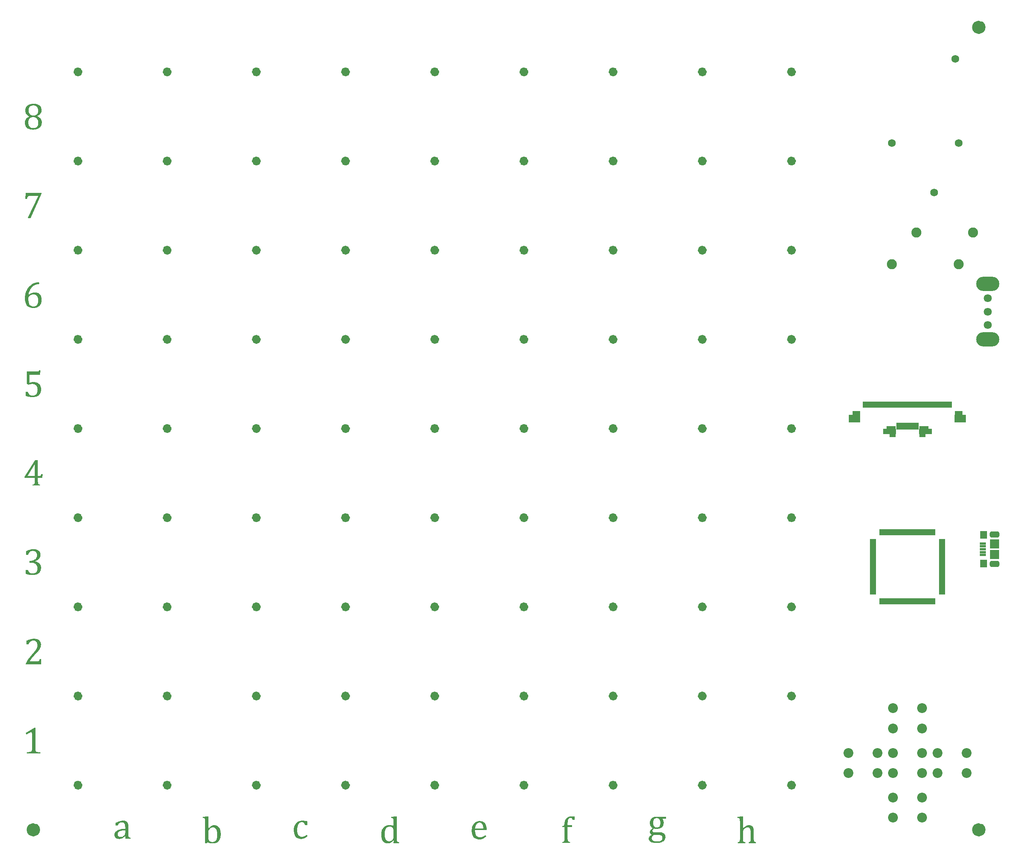
<source format=gts>
G04 Layer_Color=20142*
%FSLAX25Y25*%
%MOIN*%
G70*
G01*
G75*
%ADD74C,0.03937*%
%ADD75C,0.05906*%
%ADD76R,0.01981X0.06312*%
%ADD77R,0.08477X0.02769*%
%ADD78R,0.11233X0.05131*%
%ADD79R,0.05721X0.03556*%
%ADD80R,0.01981X0.05524*%
%ADD81R,0.05524X0.01981*%
%ADD82R,0.08280X0.08280*%
%ADD83R,0.06312X0.07099*%
%ADD84R,0.05709X0.01969*%
%ADD85R,0.10249X0.07099*%
%ADD86R,0.07099X0.03950*%
%ADD87C,0.08674*%
G04:AMPARAMS|DCode=88|XSize=86.74mil|YSize=55.24mil|CornerRadius=18.17mil|HoleSize=0mil|Usage=FLASHONLY|Rotation=180.000|XOffset=0mil|YOffset=0mil|HoleType=Round|Shape=RoundedRectangle|*
%AMROUNDEDRECTD88*
21,1,0.08674,0.01890,0,0,180.0*
21,1,0.05039,0.05524,0,0,180.0*
1,1,0.03635,-0.02520,0.00945*
1,1,0.03635,0.02520,0.00945*
1,1,0.03635,0.02520,-0.00945*
1,1,0.03635,-0.02520,-0.00945*
%
%ADD88ROUNDEDRECTD88*%
%ADD89O,0.20485X0.12611*%
%ADD90C,0.07099*%
%ADD91C,0.06800*%
%ADD92C,0.08871*%
G36*
X651144Y111562D02*
X651508Y111525D01*
X651909Y111489D01*
X652748Y111306D01*
X658580D01*
Y109666D01*
X655518Y109775D01*
X655372Y109593D01*
X655408Y109557D01*
X655445Y109484D01*
X655554Y109374D01*
X655664Y109229D01*
X655809Y109046D01*
X655919Y108791D01*
X656065Y108536D01*
X656174Y108208D01*
Y108172D01*
X656210Y108062D01*
X656283Y107880D01*
X656320Y107661D01*
X656393Y107370D01*
X656429Y107042D01*
X656465Y106313D01*
Y106276D01*
Y106203D01*
Y106058D01*
X656429Y105875D01*
Y105657D01*
X656393Y105401D01*
X656247Y104818D01*
X656065Y104126D01*
X655773Y103470D01*
X655372Y102777D01*
X655117Y102485D01*
X654825Y102194D01*
X654752Y102121D01*
X654643Y102048D01*
X654534Y101975D01*
X654351Y101866D01*
X654133Y101720D01*
X653622Y101465D01*
X652966Y101210D01*
X652164Y100954D01*
X651217Y100809D01*
X650160Y100736D01*
X649941D01*
X649686Y100772D01*
X649358D01*
X648993Y100809D01*
X648592Y100882D01*
X648191Y100991D01*
X647827Y101100D01*
X647790Y101064D01*
X647645Y100954D01*
X647426Y100736D01*
X647207Y100517D01*
X646952Y100225D01*
X646770Y99934D01*
X646624Y99569D01*
X646551Y99241D01*
Y99205D01*
Y99132D01*
Y99023D01*
X646588Y98877D01*
X646661Y98585D01*
X646770Y98294D01*
X646806Y98257D01*
X646952Y98148D01*
X647207Y98002D01*
X647572Y97856D01*
X647681D01*
X647827Y97820D01*
X648009D01*
X648228Y97783D01*
X648519D01*
X648847Y97747D01*
X653477D01*
X653805Y97711D01*
X654206Y97674D01*
X654643Y97601D01*
X655117Y97528D01*
X655591Y97382D01*
X656028Y97200D01*
X656065Y97164D01*
X656210Y97091D01*
X656393Y96982D01*
X656648Y96799D01*
X656903Y96617D01*
X657158Y96362D01*
X657377Y96070D01*
X657595Y95742D01*
X657632Y95706D01*
X657668Y95596D01*
X657741Y95414D01*
X657851Y95159D01*
X657924Y94867D01*
X657996Y94503D01*
X658033Y94102D01*
X658069Y93664D01*
Y93592D01*
Y93409D01*
X658033Y93118D01*
X657960Y92717D01*
X657851Y92316D01*
X657668Y91842D01*
X657450Y91368D01*
X657158Y90894D01*
X657122Y90858D01*
X657012Y90712D01*
X656794Y90493D01*
X656502Y90202D01*
X656138Y89910D01*
X655700Y89619D01*
X655190Y89290D01*
X654607Y89035D01*
X654570D01*
X654534Y88999D01*
X654315Y88926D01*
X653951Y88817D01*
X653477Y88707D01*
X652930Y88561D01*
X652237Y88452D01*
X651508Y88379D01*
X650706Y88343D01*
X650123D01*
X649722Y88379D01*
X649248D01*
X648738Y88452D01*
X647681Y88561D01*
X647608D01*
X647462Y88598D01*
X647207Y88634D01*
X646879Y88707D01*
X646515Y88817D01*
X646114Y88926D01*
X645348Y89218D01*
X645312Y89254D01*
X645202Y89290D01*
X645020Y89400D01*
X644802Y89546D01*
X644291Y89947D01*
X644036Y90202D01*
X643817Y90457D01*
X643781Y90493D01*
X643745Y90603D01*
X643672Y90749D01*
X643562Y90967D01*
X643453Y91259D01*
X643380Y91587D01*
X643343Y91951D01*
X643307Y92352D01*
Y92389D01*
Y92535D01*
X643343Y92717D01*
X643380Y92972D01*
X643489Y93264D01*
X643599Y93592D01*
X643781Y93920D01*
X644000Y94248D01*
X644036Y94284D01*
X644145Y94393D01*
X644291Y94539D01*
X644510Y94758D01*
X644765Y94977D01*
X645093Y95195D01*
X645494Y95451D01*
X645931Y95669D01*
X645895D01*
X645822Y95742D01*
X645676Y95815D01*
X645494Y95924D01*
X645093Y96180D01*
X644729Y96580D01*
Y96617D01*
X644656Y96690D01*
X644583Y96836D01*
X644510Y96982D01*
X644437Y97200D01*
X644364Y97455D01*
X644328Y97747D01*
X644291Y98039D01*
Y98075D01*
Y98184D01*
X644328Y98367D01*
X644364Y98585D01*
X644510Y99132D01*
X644619Y99424D01*
X644802Y99715D01*
X644838Y99752D01*
X644911Y99861D01*
X645057Y100007D01*
X645239Y100262D01*
X645494Y100517D01*
X645822Y100809D01*
X646223Y101173D01*
X646661Y101538D01*
X646624Y101574D01*
X646478Y101647D01*
X646259Y101793D01*
X646004Y102012D01*
X645713Y102267D01*
X645421Y102595D01*
X645130Y102959D01*
X644874Y103360D01*
X644838Y103433D01*
X644765Y103579D01*
X644692Y103834D01*
X644583Y104162D01*
X644437Y104563D01*
X644364Y105037D01*
X644291Y105547D01*
X644255Y106094D01*
Y106167D01*
Y106313D01*
X644291Y106604D01*
X644328Y106932D01*
X644364Y107297D01*
X644474Y107698D01*
X644583Y108099D01*
X644729Y108500D01*
X644765Y108536D01*
X644802Y108682D01*
X644911Y108864D01*
X645057Y109119D01*
X645239Y109374D01*
X645458Y109703D01*
X646004Y110249D01*
X646041Y110286D01*
X646150Y110359D01*
X646332Y110504D01*
X646551Y110650D01*
X646843Y110796D01*
X647207Y110978D01*
X647572Y111124D01*
X647973Y111270D01*
X648009D01*
X648155Y111306D01*
X648410Y111379D01*
X648702Y111452D01*
X649066Y111489D01*
X649467Y111562D01*
X649941Y111598D01*
X650852D01*
X651144Y111562D01*
D02*
G37*
G36*
X576333Y111860D02*
X576698D01*
X577062Y111823D01*
X577427Y111787D01*
X577791Y111714D01*
Y108761D01*
X576151D01*
Y108798D01*
X576115Y108907D01*
X576042Y109089D01*
X575969Y109272D01*
X575714Y109746D01*
X575568Y109928D01*
X575422Y110110D01*
Y110146D01*
X575349Y110183D01*
X575240Y110256D01*
X575130Y110329D01*
X574766Y110475D01*
X574511Y110547D01*
X574183D01*
X573927Y110511D01*
X573636Y110475D01*
X573344Y110365D01*
X573271Y110329D01*
X573126Y110256D01*
X572907Y110110D01*
X572652Y109891D01*
X572615Y109855D01*
X572470Y109673D01*
X572324Y109417D01*
X572142Y109089D01*
Y109053D01*
X572105Y109017D01*
X572069Y108871D01*
X572032Y108725D01*
X571959Y108543D01*
X571923Y108324D01*
X571813Y107777D01*
Y107741D01*
Y107631D01*
X571777Y107486D01*
Y107230D01*
X571740Y106939D01*
Y106611D01*
X571704Y106210D01*
Y105772D01*
Y104023D01*
X575604D01*
Y102383D01*
X571704D01*
Y92468D01*
Y92432D01*
Y92286D01*
Y92104D01*
Y91849D01*
X571740Y91302D01*
X571777Y91047D01*
X571813Y90791D01*
Y90755D01*
X571850Y90719D01*
X571886Y90500D01*
X571996Y90208D01*
X572105Y89953D01*
X572142Y89917D01*
X572251Y89771D01*
X572433Y89625D01*
X572652Y89479D01*
X572725Y89443D01*
X572907Y89406D01*
X573053Y89333D01*
X573235Y89297D01*
X573490Y89261D01*
X573745Y89188D01*
Y88386D01*
X567038D01*
Y89188D01*
X567075D01*
X567148Y89224D01*
X567294Y89261D01*
X567439Y89297D01*
X567767Y89406D01*
X568059Y89552D01*
X568132Y89589D01*
X568241Y89662D01*
X568387Y89807D01*
X568533Y89990D01*
X568569Y90062D01*
X568642Y90208D01*
X568715Y90464D01*
X568788Y90791D01*
Y90828D01*
Y90901D01*
X568824Y91010D01*
Y91193D01*
Y91448D01*
X568861Y91739D01*
Y92067D01*
Y92468D01*
Y102383D01*
X566893D01*
Y103221D01*
X566929D01*
X567002Y103257D01*
X567221Y103294D01*
X567476Y103330D01*
X567622Y103367D01*
X567731D01*
X567840Y103403D01*
X568095Y103549D01*
X568132Y103586D01*
X568205Y103622D01*
X568314Y103731D01*
X568424Y103877D01*
X568460Y103913D01*
X568497Y104023D01*
X568606Y104242D01*
X568679Y104497D01*
Y104533D01*
X568715Y104570D01*
Y104679D01*
X568752Y104825D01*
X568788Y105189D01*
X568861Y105663D01*
Y105700D01*
Y105736D01*
X568897Y105955D01*
X568934Y106283D01*
X569007Y106684D01*
X569080Y107158D01*
X569189Y107631D01*
X569335Y108142D01*
X569481Y108579D01*
X569517Y108616D01*
X569590Y108761D01*
X569699Y108980D01*
X569845Y109235D01*
X570064Y109527D01*
X570319Y109855D01*
X570611Y110183D01*
X570939Y110475D01*
X570975Y110511D01*
X571121Y110620D01*
X571303Y110730D01*
X571558Y110912D01*
X571886Y111094D01*
X572214Y111276D01*
X572615Y111422D01*
X573016Y111568D01*
X573053D01*
X573199Y111604D01*
X573454Y111677D01*
X573745Y111750D01*
X574110Y111787D01*
X574547Y111860D01*
X575058Y111896D01*
X576042D01*
X576333Y111860D01*
D02*
G37*
G36*
X726574Y101275D02*
X726611Y101238D01*
X726684Y101311D01*
X726829Y101457D01*
X727048Y101675D01*
X727376Y101967D01*
X728032Y102550D01*
X728360Y102842D01*
X728652Y103061D01*
X728688Y103097D01*
X728761Y103133D01*
X728907Y103243D01*
X729126Y103352D01*
X729563Y103607D01*
X730110Y103826D01*
X730146D01*
X730256Y103863D01*
X730402Y103935D01*
X730584Y103972D01*
X730802Y104045D01*
X731094Y104081D01*
X731677Y104118D01*
X732005D01*
X732224Y104081D01*
X732734Y104045D01*
X733281Y103899D01*
X733318D01*
X733390Y103863D01*
X733536Y103826D01*
X733718Y103753D01*
X734119Y103534D01*
X734520Y103243D01*
X734557Y103206D01*
X734630Y103170D01*
X734848Y102951D01*
X735104Y102587D01*
X735395Y102149D01*
Y102113D01*
X735468Y102040D01*
X735504Y101894D01*
X735577Y101748D01*
X735650Y101530D01*
X735723Y101275D01*
X735869Y100655D01*
Y100618D01*
X735906Y100509D01*
X735942Y100290D01*
X735978Y100035D01*
Y99744D01*
X736015Y99343D01*
X736051Y98905D01*
Y98431D01*
Y92271D01*
Y92198D01*
Y92053D01*
Y91798D01*
Y91506D01*
X736088Y90850D01*
X736124Y90558D01*
X736161Y90303D01*
Y90267D01*
X736197Y90230D01*
X736270Y90012D01*
X736416Y89756D01*
X736634Y89501D01*
X736707Y89465D01*
X736780Y89392D01*
X736926Y89355D01*
X737108Y89283D01*
X737327Y89173D01*
X737582Y89100D01*
X737910Y88991D01*
Y88189D01*
X731459D01*
Y88991D01*
X731495D01*
X731568Y89027D01*
X731677Y89064D01*
X731823Y89100D01*
X732115Y89210D01*
X732261Y89246D01*
X732370Y89319D01*
X732406Y89355D01*
X732552Y89428D01*
X732698Y89538D01*
X732844Y89720D01*
X732880Y89756D01*
X732953Y89902D01*
X733062Y90157D01*
X733135Y90522D01*
Y90558D01*
X733172Y90631D01*
Y90777D01*
X733208Y90959D01*
Y91178D01*
X733245Y91470D01*
Y91798D01*
Y92198D01*
Y96500D01*
Y96536D01*
Y96609D01*
Y96718D01*
Y96864D01*
Y97265D01*
X733208Y97739D01*
Y98286D01*
X733172Y98832D01*
X733099Y99343D01*
X733026Y99817D01*
Y99853D01*
X732990Y99999D01*
X732917Y100217D01*
X732844Y100473D01*
X732552Y101056D01*
X732370Y101311D01*
X732151Y101566D01*
X732115Y101603D01*
X732042Y101675D01*
X731896Y101748D01*
X731677Y101858D01*
X731422Y101967D01*
X731131Y102076D01*
X730766Y102113D01*
X730365Y102149D01*
X730146D01*
X729964Y102113D01*
X729600Y102040D01*
X729162Y101894D01*
X729126D01*
X729089Y101858D01*
X728980Y101785D01*
X728834Y101712D01*
X728433Y101457D01*
X727959Y101092D01*
X727923Y101056D01*
X727850Y100983D01*
X727704Y100874D01*
X727558Y100728D01*
X727230Y100327D01*
X726902Y99889D01*
Y99853D01*
X726866Y99780D01*
X726793Y99671D01*
X726756Y99489D01*
X726611Y99051D01*
X726574Y98541D01*
Y92271D01*
Y92235D01*
Y92089D01*
Y91907D01*
Y91652D01*
Y91105D01*
X726611Y90886D01*
Y90668D01*
Y90631D01*
Y90595D01*
X726684Y90376D01*
X726720Y90121D01*
X726829Y89866D01*
X726866Y89829D01*
X726975Y89683D01*
X727121Y89538D01*
X727340Y89355D01*
X727413Y89319D01*
X727595Y89246D01*
X727923Y89100D01*
X728142Y89064D01*
X728397Y88991D01*
Y88189D01*
X721872D01*
Y88991D01*
X721909D01*
X721982Y89027D01*
X722127Y89064D01*
X722273Y89100D01*
X722601Y89210D01*
X722784Y89283D01*
X722893Y89355D01*
X722966Y89392D01*
X723075Y89465D01*
X723257Y89610D01*
X723403Y89793D01*
X723440Y89866D01*
X723513Y90012D01*
X723585Y90267D01*
X723658Y90595D01*
Y90631D01*
Y90704D01*
X723695Y90813D01*
Y90996D01*
Y91251D01*
X723731Y91542D01*
Y91870D01*
Y92271D01*
Y105977D01*
Y106013D01*
Y106050D01*
Y106232D01*
Y106523D01*
Y106851D01*
Y107580D01*
X723695Y107945D01*
Y108200D01*
Y108237D01*
Y108309D01*
Y108419D01*
Y108564D01*
X723658Y108893D01*
X723585Y109257D01*
Y109293D01*
X723549Y109330D01*
X723513Y109512D01*
X723403Y109731D01*
X723294Y109913D01*
X723257Y109950D01*
X723148Y110059D01*
X723002Y110205D01*
X722784Y110314D01*
X722711Y110351D01*
X722638Y110387D01*
X722528Y110424D01*
X722346Y110460D01*
X722164Y110496D01*
X721909Y110569D01*
X721617Y110606D01*
Y111480D01*
X725590Y111626D01*
X726574D01*
Y101275D01*
D02*
G37*
G36*
X101107Y268662D02*
X101363D01*
X101654Y268626D01*
X102310Y268516D01*
X103076Y268370D01*
X103841Y268115D01*
X104570Y267787D01*
X105190Y267350D01*
X105226D01*
X105263Y267277D01*
X105445Y267095D01*
X105700Y266803D01*
X105992Y266366D01*
X106247Y265819D01*
X106502Y265163D01*
X106684Y264361D01*
X106757Y263960D01*
Y263486D01*
Y263450D01*
Y263340D01*
Y263158D01*
X106721Y262976D01*
X106684Y262429D01*
X106575Y261882D01*
Y261846D01*
X106538Y261773D01*
X106502Y261627D01*
X106465Y261445D01*
X106283Y260971D01*
X106028Y260424D01*
Y260388D01*
X105955Y260315D01*
X105882Y260169D01*
X105773Y259987D01*
X105627Y259732D01*
X105445Y259477D01*
X105044Y258893D01*
X105008Y258857D01*
X104935Y258748D01*
X104825Y258602D01*
X104643Y258383D01*
X104424Y258128D01*
X104206Y257836D01*
X103659Y257217D01*
X103622Y257180D01*
X103513Y257071D01*
X103331Y256852D01*
X103076Y256561D01*
X102711Y256160D01*
X102274Y255686D01*
X101727Y255103D01*
X101071Y254410D01*
X101034Y254374D01*
X100925Y254264D01*
X100779Y254082D01*
X100561Y253863D01*
X100305Y253572D01*
X100014Y253244D01*
X99686Y252879D01*
X99358Y252478D01*
X98592Y251567D01*
X97827Y250583D01*
X97134Y249599D01*
X96806Y249125D01*
X96515Y248651D01*
X103149D01*
X103550Y248687D01*
X103951Y248760D01*
X103987D01*
X104023Y248797D01*
X104242Y248833D01*
X104497Y248942D01*
X104752Y249088D01*
X104789Y249125D01*
X104935Y249234D01*
X105080Y249416D01*
X105226Y249672D01*
Y249708D01*
X105263Y249745D01*
X105299Y249854D01*
X105336Y249963D01*
X105481Y250328D01*
X105664Y250838D01*
X107049D01*
X106794Y246063D01*
X93307D01*
Y246829D01*
Y246865D01*
X93344Y246901D01*
X93453Y247120D01*
X93599Y247448D01*
X93817Y247922D01*
X94073Y248432D01*
X94401Y249015D01*
X94765Y249672D01*
X95202Y250328D01*
Y250364D01*
X95275Y250401D01*
X95312Y250510D01*
X95421Y250656D01*
X95713Y251020D01*
X96077Y251531D01*
X96551Y252187D01*
X97134Y252879D01*
X97827Y253717D01*
X98592Y254592D01*
X98629Y254629D01*
X98665Y254702D01*
X98775Y254811D01*
X98920Y254957D01*
X99248Y255321D01*
X99649Y255795D01*
X100087Y256306D01*
X100561Y256816D01*
X100962Y257326D01*
X101326Y257764D01*
X101363Y257800D01*
X101472Y257982D01*
X101654Y258201D01*
X101836Y258456D01*
X102055Y258784D01*
X102274Y259149D01*
X102492Y259477D01*
X102675Y259805D01*
X102711Y259841D01*
X102748Y259950D01*
X102821Y260133D01*
X102930Y260351D01*
X103149Y260862D01*
X103331Y261445D01*
Y261481D01*
X103367Y261591D01*
X103404Y261736D01*
X103440Y261919D01*
X103513Y262429D01*
X103550Y262976D01*
Y263049D01*
Y263194D01*
X103513Y263413D01*
Y263705D01*
X103440Y264033D01*
X103367Y264397D01*
X103294Y264762D01*
X103149Y265126D01*
Y265163D01*
X103076Y265272D01*
X102966Y265454D01*
X102857Y265673D01*
X102675Y265892D01*
X102456Y266147D01*
X102201Y266402D01*
X101909Y266621D01*
X101873Y266657D01*
X101763Y266694D01*
X101581Y266803D01*
X101363Y266912D01*
X101071Y266985D01*
X100743Y267095D01*
X100342Y267131D01*
X99905Y267167D01*
X99759D01*
X99613Y267131D01*
X99394D01*
X99176Y267058D01*
X98884Y266985D01*
X98556Y266876D01*
X98228Y266730D01*
X97900Y266548D01*
X97535Y266329D01*
X97207Y266074D01*
X96879Y265746D01*
X96551Y265345D01*
X96259Y264908D01*
X95968Y264361D01*
X95749Y263778D01*
X93781D01*
Y266912D01*
X93817D01*
X93854Y266949D01*
X93963Y267022D01*
X94109Y267058D01*
X94510Y267241D01*
X94984Y267423D01*
X95530Y267641D01*
X96150Y267897D01*
X96806Y268079D01*
X97462Y268261D01*
X97499D01*
X97535Y268298D01*
X97754Y268334D01*
X98082Y268407D01*
X98519Y268480D01*
X98993Y268553D01*
X99540Y268626D01*
X100050Y268699D01*
X100889D01*
X101107Y268662D01*
D02*
G37*
G36*
X101873Y189885D02*
Y189667D01*
X101836Y189302D01*
Y188828D01*
X101800Y188172D01*
Y187443D01*
X101763Y186568D01*
Y185584D01*
Y171588D01*
Y171551D01*
Y171442D01*
Y171259D01*
Y171041D01*
X101800Y170567D01*
X101836Y170348D01*
X101873Y170130D01*
Y170093D01*
X101909Y170057D01*
X101946Y169874D01*
X102092Y169619D01*
X102237Y169364D01*
X102310Y169328D01*
X102456Y169182D01*
X102711Y169036D01*
X103039Y168890D01*
X103076D01*
X103149Y168854D01*
X103258Y168817D01*
X103404Y168781D01*
X103805Y168708D01*
X104315Y168599D01*
X104461D01*
X104643Y168562D01*
X104862D01*
X105153Y168526D01*
X105518D01*
X105919Y168489D01*
X106356D01*
Y167323D01*
X94218D01*
Y168489D01*
X94291D01*
X94510Y168526D01*
X94838D01*
X95239Y168562D01*
X96077Y168635D01*
X96478Y168672D01*
X96806Y168708D01*
X96843D01*
X96952Y168744D01*
X97098Y168781D01*
X97244Y168817D01*
X97645Y168963D01*
X97827Y169036D01*
X98009Y169145D01*
X98046D01*
X98082Y169182D01*
X98228Y169364D01*
X98410Y169583D01*
X98592Y169911D01*
Y169947D01*
X98629Y170020D01*
X98665Y170130D01*
X98702Y170312D01*
X98738Y170530D01*
X98775Y170822D01*
X98811Y171186D01*
Y171588D01*
Y184892D01*
Y184928D01*
Y185001D01*
Y185110D01*
X98775Y185256D01*
X98702Y185584D01*
X98556Y185839D01*
X98519Y185876D01*
X98410Y185985D01*
X98191Y186095D01*
X97900Y186131D01*
X97790D01*
X97681Y186095D01*
X97535Y186058D01*
X97317Y185985D01*
X97061Y185912D01*
X96770Y185766D01*
X96405Y185584D01*
X96369Y185548D01*
X96223Y185475D01*
X96004Y185366D01*
X95749Y185220D01*
X95385Y185001D01*
X94984Y184746D01*
X94510Y184454D01*
X94000Y184090D01*
X93307Y185366D01*
X100962Y189958D01*
X101873D01*
Y189885D01*
D02*
G37*
G36*
X254491Y101275D02*
X254563Y101238D01*
X254600Y101275D01*
X254746Y101420D01*
X254964Y101639D01*
X255256Y101894D01*
X255876Y102477D01*
X256204Y102769D01*
X256495Y102988D01*
X256532Y103024D01*
X256641Y103097D01*
X256787Y103170D01*
X256969Y103316D01*
X257224Y103425D01*
X257480Y103571D01*
X258063Y103826D01*
X258099D01*
X258208Y103863D01*
X258354Y103935D01*
X258573Y103972D01*
X258865Y104045D01*
X259156Y104081D01*
X259849Y104118D01*
X260140D01*
X260468Y104081D01*
X260869Y104008D01*
X261343Y103899D01*
X261854Y103717D01*
X262364Y103498D01*
X262838Y103206D01*
X262911Y103170D01*
X263056Y103061D01*
X263275Y102842D01*
X263567Y102550D01*
X263858Y102186D01*
X264186Y101712D01*
X264514Y101165D01*
X264770Y100546D01*
Y100509D01*
X264806Y100473D01*
X264842Y100363D01*
X264879Y100217D01*
X264988Y99853D01*
X265134Y99343D01*
X265243Y98687D01*
X265353Y97958D01*
X265426Y97119D01*
X265462Y96171D01*
Y96135D01*
Y96062D01*
Y95916D01*
Y95734D01*
X265426Y95479D01*
Y95224D01*
X265353Y94604D01*
X265243Y93875D01*
X265098Y93110D01*
X264915Y92344D01*
X264624Y91615D01*
Y91579D01*
X264587Y91542D01*
X264478Y91324D01*
X264296Y90996D01*
X264040Y90595D01*
X263676Y90157D01*
X263275Y89683D01*
X262801Y89246D01*
X262254Y88845D01*
X262182Y88809D01*
X261963Y88699D01*
X261635Y88554D01*
X261197Y88408D01*
X260651Y88225D01*
X259995Y88080D01*
X259302Y87970D01*
X258500Y87934D01*
X258063D01*
X257771Y87970D01*
X257407D01*
X257042Y88043D01*
X256204Y88152D01*
X256167D01*
X256021Y88189D01*
X255803Y88225D01*
X255548Y88335D01*
X255183Y88408D01*
X254819Y88554D01*
X254418Y88736D01*
X253980Y88918D01*
X252814Y87934D01*
X251684Y88189D01*
Y105977D01*
Y106013D01*
Y106050D01*
Y106232D01*
Y106523D01*
Y106851D01*
Y107580D01*
X251647Y107945D01*
Y108200D01*
Y108237D01*
Y108309D01*
Y108419D01*
Y108564D01*
X251611Y108893D01*
X251538Y109257D01*
Y109293D01*
X251502Y109330D01*
X251465Y109512D01*
X251356Y109731D01*
X251247Y109913D01*
X251210Y109950D01*
X251101Y110059D01*
X250955Y110205D01*
X250736Y110314D01*
X250663Y110351D01*
X250590Y110387D01*
X250481Y110424D01*
X250299Y110460D01*
X250117Y110496D01*
X249862Y110569D01*
X249570Y110606D01*
Y111480D01*
X253543Y111626D01*
X254491D01*
Y101275D01*
D02*
G37*
G36*
X179891Y108018D02*
X180256Y107982D01*
X180693Y107945D01*
X181131Y107836D01*
X181532Y107727D01*
X181932Y107544D01*
X181969Y107508D01*
X182078Y107435D01*
X182261Y107326D01*
X182479Y107143D01*
X182734Y106925D01*
X182953Y106669D01*
X183208Y106342D01*
X183390Y105940D01*
X183427Y105904D01*
X183463Y105758D01*
X183536Y105503D01*
X183646Y105139D01*
X183755Y104701D01*
X183828Y104155D01*
X183864Y103498D01*
X183901Y102733D01*
Y97047D01*
Y97010D01*
Y96864D01*
Y96646D01*
Y96391D01*
Y95807D01*
Y95552D01*
Y95334D01*
Y95297D01*
Y95261D01*
X183937Y95042D01*
X183974Y94714D01*
X184010Y94386D01*
X184047Y94313D01*
X184083Y94167D01*
X184156Y93949D01*
X184265Y93730D01*
X184302Y93693D01*
X184411Y93584D01*
X184557Y93438D01*
X184739Y93292D01*
X184812Y93256D01*
X184994Y93183D01*
X185322Y93074D01*
X185541Y93001D01*
X185796Y92928D01*
Y92126D01*
X181313D01*
X181386Y94459D01*
X181131Y94532D01*
X181058Y94459D01*
X180875Y94313D01*
X180620Y94021D01*
X180256Y93730D01*
X179855Y93402D01*
X179381Y93037D01*
X178907Y92709D01*
X178433Y92454D01*
X178360Y92418D01*
X178215Y92381D01*
X177959Y92272D01*
X177631Y92162D01*
X177267Y92053D01*
X176793Y91980D01*
X176319Y91907D01*
X175809Y91871D01*
X175590D01*
X175372Y91907D01*
X175080Y91944D01*
X174715Y91980D01*
X174351Y92089D01*
X173950Y92199D01*
X173585Y92345D01*
X173549Y92381D01*
X173440Y92418D01*
X173257Y92527D01*
X173039Y92709D01*
X172820Y92891D01*
X172565Y93110D01*
X172346Y93402D01*
X172127Y93693D01*
X172091Y93730D01*
X172055Y93839D01*
X171982Y94021D01*
X171872Y94276D01*
X171763Y94568D01*
X171690Y94896D01*
X171654Y95297D01*
X171617Y95698D01*
Y95735D01*
Y95807D01*
Y95917D01*
X171654Y96099D01*
X171727Y96536D01*
X171909Y97083D01*
X172200Y97666D01*
X172383Y97958D01*
X172601Y98286D01*
X172893Y98578D01*
X173221Y98869D01*
X173585Y99161D01*
X173986Y99416D01*
X174023D01*
X174096Y99489D01*
X174241Y99525D01*
X174424Y99635D01*
X174679Y99744D01*
X174970Y99853D01*
X175335Y99963D01*
X175772Y100109D01*
X176246Y100218D01*
X176757Y100364D01*
X177340Y100473D01*
X177996Y100619D01*
X178688Y100692D01*
X179417Y100801D01*
X180219Y100874D01*
X181094Y100910D01*
Y102004D01*
Y102040D01*
Y102077D01*
Y102295D01*
Y102587D01*
X181058Y102952D01*
X181021Y103389D01*
X180948Y103826D01*
X180875Y104264D01*
X180766Y104665D01*
Y104701D01*
X180693Y104811D01*
X180620Y104993D01*
X180511Y105211D01*
X180183Y105685D01*
X180001Y105940D01*
X179745Y106123D01*
X179709Y106159D01*
X179636Y106196D01*
X179454Y106269D01*
X179235Y106378D01*
X178980Y106451D01*
X178652Y106524D01*
X178287Y106560D01*
X177850Y106597D01*
X177631D01*
X177413Y106560D01*
X177121Y106524D01*
X176793Y106414D01*
X176465Y106305D01*
X176101Y106123D01*
X175809Y105904D01*
X175772Y105868D01*
X175699Y105795D01*
X175554Y105613D01*
X175372Y105394D01*
X175189Y105139D01*
X175007Y104774D01*
X174825Y104373D01*
X174643Y103899D01*
X172492D01*
Y106013D01*
X172528D01*
X172565Y106050D01*
X172747Y106159D01*
X173039Y106305D01*
X173403Y106487D01*
X173841Y106669D01*
X174278Y106888D01*
X174715Y107071D01*
X175116Y107216D01*
X175153Y107253D01*
X175299Y107289D01*
X175517Y107362D01*
X175772Y107435D01*
X176101Y107544D01*
X176428Y107654D01*
X177194Y107836D01*
X177230D01*
X177376Y107872D01*
X177595Y107909D01*
X177850Y107945D01*
X178178Y107982D01*
X178543Y108018D01*
X179344Y108055D01*
X179600D01*
X179891Y108018D01*
D02*
G37*
G36*
X338414D02*
X338815Y107982D01*
X339690Y107909D01*
X339726D01*
X339909Y107872D01*
X340127Y107836D01*
X340419Y107799D01*
X340747Y107727D01*
X341148Y107617D01*
X341986Y107398D01*
Y103972D01*
X339909D01*
Y104009D01*
X339872Y104155D01*
X339799Y104337D01*
X339726Y104592D01*
X339508Y105139D01*
X339362Y105394D01*
X339216Y105649D01*
Y105685D01*
X339143Y105758D01*
X338961Y105977D01*
X338633Y106269D01*
X338268Y106524D01*
X338232D01*
X338159Y106560D01*
X338050Y106597D01*
X337904Y106669D01*
X337685Y106706D01*
X337466Y106742D01*
X336920Y106779D01*
X336737D01*
X336519Y106742D01*
X336227Y106669D01*
X335935Y106597D01*
X335571Y106451D01*
X335243Y106269D01*
X334878Y106013D01*
X334842Y105977D01*
X334733Y105868D01*
X334587Y105685D01*
X334368Y105467D01*
X334150Y105139D01*
X333931Y104738D01*
X333712Y104300D01*
X333493Y103753D01*
X333457Y103681D01*
X333420Y103498D01*
X333348Y103170D01*
X333238Y102733D01*
X333129Y102223D01*
X333056Y101603D01*
X333019Y100874D01*
X332983Y100109D01*
Y100036D01*
Y99853D01*
Y99598D01*
X333019Y99270D01*
Y98869D01*
X333056Y98432D01*
X333165Y97521D01*
Y97484D01*
X333202Y97338D01*
X333275Y97120D01*
X333348Y96864D01*
X333420Y96536D01*
X333566Y96208D01*
X333858Y95552D01*
X333894Y95516D01*
X333931Y95407D01*
X334040Y95261D01*
X334186Y95078D01*
X334587Y94678D01*
X335097Y94276D01*
X335134D01*
X335243Y94204D01*
X335425Y94131D01*
X335644Y94058D01*
X335935Y93985D01*
X336264Y93912D01*
X336665Y93876D01*
X337066Y93839D01*
X337248D01*
X337466Y93876D01*
X337758Y93912D01*
X338086Y93949D01*
X338414Y94021D01*
X338779Y94131D01*
X339143Y94276D01*
X339180Y94313D01*
X339325Y94349D01*
X339508Y94459D01*
X339763Y94641D01*
X340091Y94860D01*
X340419Y95115D01*
X340783Y95443D01*
X341184Y95844D01*
X342132Y94750D01*
X342096Y94714D01*
X341986Y94605D01*
X341840Y94422D01*
X341622Y94240D01*
X341148Y93766D01*
X340893Y93547D01*
X340638Y93329D01*
X340601Y93292D01*
X340528Y93256D01*
X340419Y93147D01*
X340237Y93037D01*
X339799Y92746D01*
X339289Y92491D01*
X339252D01*
X339180Y92454D01*
X339034Y92381D01*
X338851Y92308D01*
X338378Y92162D01*
X337831Y92017D01*
X337794D01*
X337722Y91980D01*
X337576D01*
X337393Y91944D01*
X337138Y91907D01*
X336883D01*
X336300Y91871D01*
X336008D01*
X335790Y91907D01*
X335535Y91944D01*
X335243Y91980D01*
X334550Y92126D01*
X333785Y92381D01*
X332983Y92746D01*
X332619Y92964D01*
X332254Y93256D01*
X331890Y93547D01*
X331561Y93912D01*
Y93949D01*
X331489Y94021D01*
X331416Y94131D01*
X331306Y94276D01*
X331197Y94495D01*
X331051Y94750D01*
X330905Y95078D01*
X330760Y95407D01*
X330577Y95807D01*
X330432Y96245D01*
X330286Y96755D01*
X330176Y97265D01*
X330067Y97849D01*
X329994Y98468D01*
X329958Y99161D01*
X329921Y99853D01*
Y99890D01*
Y99963D01*
Y100072D01*
Y100254D01*
X329958Y100473D01*
Y100728D01*
X330031Y101275D01*
X330140Y101968D01*
X330322Y102660D01*
X330541Y103389D01*
X330833Y104118D01*
Y104155D01*
X330869Y104191D01*
X331015Y104446D01*
X331197Y104774D01*
X331489Y105211D01*
X331853Y105649D01*
X332291Y106159D01*
X332801Y106633D01*
X333384Y107034D01*
X333420D01*
X333457Y107071D01*
X333676Y107180D01*
X334040Y107362D01*
X334477Y107544D01*
X335061Y107727D01*
X335717Y107909D01*
X336446Y108018D01*
X337211Y108055D01*
X338013D01*
X338414Y108018D01*
D02*
G37*
G36*
X494662Y107624D02*
X495063Y107588D01*
X495501Y107515D01*
X495975Y107442D01*
X496448Y107296D01*
X496922Y107114D01*
X496959Y107078D01*
X497105Y107005D01*
X497323Y106895D01*
X497578Y106750D01*
X497906Y106531D01*
X498198Y106312D01*
X498490Y106021D01*
X498781Y105693D01*
X498818Y105656D01*
X498891Y105547D01*
X499036Y105328D01*
X499182Y105073D01*
X499328Y104745D01*
X499510Y104344D01*
X499692Y103907D01*
X499838Y103396D01*
X499875Y103323D01*
X499911Y103141D01*
X499984Y102849D01*
X500057Y102412D01*
X500130Y101902D01*
X500203Y101282D01*
X500239Y100590D01*
X500276Y99788D01*
X489960D01*
Y99496D01*
Y99460D01*
Y99423D01*
Y99314D01*
Y99168D01*
X489997Y98804D01*
X490033Y98366D01*
X490070Y97856D01*
X490143Y97309D01*
X490252Y96762D01*
X490398Y96252D01*
X490434Y96179D01*
X490471Y96033D01*
X490580Y95815D01*
X490726Y95487D01*
X490944Y95159D01*
X491200Y94831D01*
X491491Y94503D01*
X491819Y94174D01*
X491856Y94138D01*
X492001Y94065D01*
X492220Y93956D01*
X492512Y93810D01*
X492876Y93664D01*
X493314Y93555D01*
X493824Y93482D01*
X494407Y93445D01*
X494626D01*
X494881Y93482D01*
X495209Y93518D01*
X495574Y93555D01*
X495975Y93664D01*
X496412Y93774D01*
X496813Y93919D01*
X496849Y93956D01*
X496995Y94029D01*
X497214Y94138D01*
X497506Y94320D01*
X497833Y94539D01*
X498198Y94831D01*
X498562Y95159D01*
X498963Y95560D01*
X499948Y94503D01*
X499911Y94466D01*
X499765Y94320D01*
X499583Y94138D01*
X499328Y93883D01*
X499036Y93591D01*
X498708Y93336D01*
X498380Y93045D01*
X498052Y92789D01*
X498016Y92753D01*
X497906Y92680D01*
X497724Y92571D01*
X497469Y92425D01*
X497214Y92279D01*
X496886Y92097D01*
X496120Y91805D01*
X496084D01*
X495938Y91769D01*
X495719Y91696D01*
X495428Y91659D01*
X495100Y91587D01*
X494699Y91514D01*
X494261Y91477D01*
X493460D01*
X493241Y91514D01*
X492949Y91550D01*
X492621Y91587D01*
X491892Y91732D01*
X491054Y91951D01*
X490215Y92316D01*
X489815Y92571D01*
X489414Y92826D01*
X489049Y93117D01*
X488685Y93482D01*
Y93518D01*
X488612Y93591D01*
X488539Y93701D01*
X488429Y93846D01*
X488284Y94065D01*
X488138Y94320D01*
X487992Y94648D01*
X487846Y94976D01*
X487664Y95377D01*
X487518Y95815D01*
X487372Y96325D01*
X487227Y96835D01*
X487117Y97418D01*
X487044Y98075D01*
X487008Y98731D01*
X486971Y99460D01*
Y99496D01*
Y99569D01*
Y99715D01*
Y99861D01*
X487008Y100079D01*
Y100335D01*
X487081Y100918D01*
X487190Y101574D01*
X487336Y102303D01*
X487555Y103032D01*
X487846Y103761D01*
Y103797D01*
X487883Y103834D01*
X487992Y104052D01*
X488211Y104417D01*
X488502Y104818D01*
X488830Y105292D01*
X489268Y105765D01*
X489742Y106239D01*
X490325Y106640D01*
X490361D01*
X490398Y106677D01*
X490616Y106786D01*
X490944Y106968D01*
X491418Y107151D01*
X491965Y107333D01*
X492585Y107515D01*
X493314Y107624D01*
X494079Y107661D01*
X494371D01*
X494662Y107624D01*
D02*
G37*
G36*
X420828Y92636D02*
Y92563D01*
Y92417D01*
Y92198D01*
Y91943D01*
Y91324D01*
X420865Y91032D01*
Y90813D01*
Y90777D01*
Y90741D01*
X420938Y90485D01*
X420974Y90230D01*
X421083Y89939D01*
X421120Y89902D01*
X421229Y89756D01*
X421375Y89574D01*
X421594Y89392D01*
X421630D01*
X421667Y89355D01*
X421739Y89319D01*
X421885Y89283D01*
X422068Y89210D01*
X422286Y89173D01*
X422541Y89100D01*
X422833Y89027D01*
Y88189D01*
X418969Y88043D01*
X417985D01*
X418204Y90704D01*
X417949Y90777D01*
X417912Y90741D01*
X417767Y90595D01*
X417584Y90376D01*
X417329Y90157D01*
X416782Y89610D01*
X416454Y89319D01*
X416163Y89100D01*
X416126Y89064D01*
X416017Y89027D01*
X415871Y88918D01*
X415689Y88772D01*
X415434Y88663D01*
X415142Y88517D01*
X414522Y88225D01*
X414486D01*
X414377Y88189D01*
X414194Y88152D01*
X413976Y88080D01*
X413721Y88043D01*
X413392Y87970D01*
X412700Y87934D01*
X412445D01*
X412262Y87970D01*
X412044Y88007D01*
X411789Y88043D01*
X411169Y88189D01*
X410513Y88408D01*
X409820Y88772D01*
X409456Y89027D01*
X409128Y89283D01*
X408836Y89574D01*
X408545Y89939D01*
Y89975D01*
X408472Y90048D01*
X408399Y90157D01*
X408326Y90303D01*
X408217Y90522D01*
X408071Y90777D01*
X407961Y91105D01*
X407816Y91433D01*
X407670Y91834D01*
X407560Y92271D01*
X407415Y92745D01*
X407305Y93292D01*
X407232Y93875D01*
X407160Y94495D01*
X407087Y95151D01*
Y95843D01*
Y95880D01*
Y95953D01*
Y96099D01*
Y96281D01*
X407123Y96536D01*
Y96791D01*
X407196Y97411D01*
X407305Y98140D01*
X407488Y98905D01*
X407706Y99671D01*
X408034Y100400D01*
Y100436D01*
X408071Y100473D01*
X408217Y100728D01*
X408435Y101056D01*
X408727Y101457D01*
X409091Y101931D01*
X409529Y102368D01*
X410003Y102842D01*
X410586Y103206D01*
X410622D01*
X410659Y103243D01*
X410877Y103352D01*
X411205Y103498D01*
X411643Y103680D01*
X412190Y103826D01*
X412809Y103972D01*
X413502Y104081D01*
X414231Y104118D01*
X414595D01*
X414887Y104081D01*
X415178D01*
X415507Y104045D01*
X416163Y103935D01*
X416199D01*
X416308Y103899D01*
X416491Y103863D01*
X416746Y103826D01*
X417001Y103753D01*
X417329Y103644D01*
X418022Y103389D01*
Y105977D01*
Y106013D01*
Y106050D01*
Y106232D01*
Y106523D01*
Y106851D01*
Y107580D01*
X417985Y107945D01*
Y108200D01*
Y108237D01*
Y108309D01*
Y108419D01*
X417949Y108564D01*
X417912Y108893D01*
X417839Y109257D01*
Y109293D01*
X417803Y109330D01*
X417767Y109512D01*
X417657Y109731D01*
X417548Y109913D01*
X417511Y109950D01*
X417402Y110059D01*
X417256Y110205D01*
X417037Y110314D01*
X416965Y110351D01*
X416892Y110387D01*
X416782Y110424D01*
X416637Y110460D01*
X416454Y110496D01*
X416199Y110569D01*
X415907Y110606D01*
Y111480D01*
X419844Y111626D01*
X420828D01*
Y92636D01*
D02*
G37*
G36*
X105882Y501930D02*
X96478D01*
Y494713D01*
X96515D01*
X96624Y494786D01*
X96806Y494822D01*
X97025Y494932D01*
X97280Y495005D01*
X97608Y495114D01*
X98301Y495260D01*
X98337D01*
X98483Y495296D01*
X98665Y495333D01*
X98920Y495369D01*
X99248D01*
X99576Y495405D01*
X100305Y495442D01*
X100634D01*
X100998Y495405D01*
X101472Y495333D01*
X102019Y495260D01*
X102602Y495114D01*
X103185Y494895D01*
X103768Y494640D01*
X103841Y494604D01*
X104023Y494494D01*
X104279Y494312D01*
X104643Y494057D01*
X105008Y493729D01*
X105409Y493364D01*
X105773Y492890D01*
X106101Y492380D01*
X106138Y492307D01*
X106247Y492125D01*
X106356Y491833D01*
X106538Y491396D01*
X106684Y490922D01*
X106794Y490339D01*
X106903Y489683D01*
X106939Y488990D01*
Y488954D01*
Y488881D01*
Y488772D01*
Y488626D01*
X106903Y488225D01*
X106830Y487714D01*
X106721Y487095D01*
X106538Y486475D01*
X106320Y485819D01*
X105992Y485199D01*
X105955Y485127D01*
X105809Y484944D01*
X105627Y484653D01*
X105336Y484325D01*
X104935Y483924D01*
X104497Y483523D01*
X103951Y483158D01*
X103331Y482830D01*
X103294D01*
X103258Y482794D01*
X103149Y482757D01*
X103039Y482721D01*
X102675Y482575D01*
X102164Y482429D01*
X101581Y482283D01*
X100889Y482138D01*
X100123Y482065D01*
X99248Y482028D01*
X98957D01*
X98775Y482065D01*
X98483D01*
X98191Y482101D01*
X97827Y482138D01*
X97426Y482174D01*
X96551Y482320D01*
X95531Y482502D01*
X94437Y482794D01*
X93307Y483158D01*
Y486657D01*
X95275D01*
X95312Y486585D01*
X95385Y486402D01*
X95494Y486074D01*
X95640Y485710D01*
X95859Y485309D01*
X96114Y484908D01*
X96442Y484507D01*
X96770Y484179D01*
X96806Y484142D01*
X96952Y484069D01*
X97171Y483924D01*
X97462Y483814D01*
X97827Y483669D01*
X98264Y483523D01*
X98775Y483450D01*
X99321Y483413D01*
X99540D01*
X99686Y483450D01*
X100087Y483486D01*
X100561Y483559D01*
X101071Y483742D01*
X101618Y483960D01*
X102164Y484252D01*
X102602Y484689D01*
X102638Y484762D01*
X102784Y484944D01*
X102966Y485236D01*
X103185Y485673D01*
X103367Y486220D01*
X103550Y486913D01*
X103695Y487714D01*
X103732Y488626D01*
Y488662D01*
Y488699D01*
Y488917D01*
X103695Y489245D01*
X103659Y489646D01*
X103586Y490084D01*
X103477Y490594D01*
X103331Y491068D01*
X103149Y491505D01*
X103112Y491542D01*
X103039Y491688D01*
X102893Y491906D01*
X102748Y492125D01*
X102492Y492417D01*
X102237Y492672D01*
X101909Y492927D01*
X101545Y493146D01*
X101508Y493182D01*
X101363Y493219D01*
X101180Y493291D01*
X100889Y493401D01*
X100561Y493510D01*
X100160Y493583D01*
X99722Y493619D01*
X99248Y493656D01*
X98592D01*
X98264Y493619D01*
X97973Y493583D01*
X97317Y493510D01*
X97280D01*
X97171Y493474D01*
X97025Y493437D01*
X96806Y493401D01*
X96551Y493328D01*
X96260Y493255D01*
X95603Y493073D01*
X94291Y493838D01*
Y504627D01*
X103622D01*
X103914Y504664D01*
X104133Y504700D01*
X104169Y504737D01*
X104279Y504773D01*
X104424Y504882D01*
X104534Y504992D01*
X104570Y505028D01*
X104643Y505174D01*
X104752Y505393D01*
X104862Y505721D01*
X106138D01*
X105882Y501930D01*
D02*
G37*
G36*
X100684Y741103D02*
X100940D01*
X101486Y741067D01*
X102106Y740957D01*
X102762Y740848D01*
X103418Y740665D01*
X104038Y740447D01*
X104074D01*
X104111Y740410D01*
X104293Y740338D01*
X104585Y740155D01*
X104949Y739973D01*
X105350Y739681D01*
X105751Y739353D01*
X106152Y738952D01*
X106480Y738515D01*
X106517Y738442D01*
X106589Y738296D01*
X106735Y738041D01*
X106881Y737677D01*
X107027Y737239D01*
X107173Y736729D01*
X107246Y736146D01*
X107282Y735526D01*
Y735490D01*
Y735453D01*
Y735234D01*
X107246Y734906D01*
X107173Y734469D01*
X107063Y733995D01*
X106881Y733485D01*
X106662Y732938D01*
X106371Y732428D01*
X106334Y732355D01*
X106225Y732209D01*
X106006Y731954D01*
X105715Y731662D01*
X105314Y731334D01*
X104876Y730970D01*
X104330Y730642D01*
X103673Y730314D01*
X103710Y730095D01*
X103746D01*
X103783Y730059D01*
X104001Y729949D01*
X104330Y729803D01*
X104730Y729548D01*
X105204Y729257D01*
X105642Y728892D01*
X106079Y728455D01*
X106480Y727981D01*
X106517Y727908D01*
X106626Y727726D01*
X106808Y727434D01*
X106990Y727033D01*
X107136Y726559D01*
X107318Y726013D01*
X107428Y725356D01*
X107464Y724664D01*
Y724627D01*
Y724591D01*
Y724482D01*
Y724336D01*
X107428Y723971D01*
X107355Y723534D01*
X107246Y722987D01*
X107063Y722404D01*
X106844Y721857D01*
X106517Y721274D01*
X106480Y721201D01*
X106334Y721019D01*
X106152Y720764D01*
X105860Y720436D01*
X105459Y720071D01*
X105022Y719707D01*
X104475Y719342D01*
X103856Y719014D01*
X103819D01*
X103783Y718978D01*
X103673Y718941D01*
X103564Y718905D01*
X103200Y718759D01*
X102689Y718650D01*
X102106Y718504D01*
X101414Y718358D01*
X100648Y718285D01*
X99810Y718249D01*
X99445D01*
X99044Y718285D01*
X98497Y718322D01*
X97914Y718431D01*
X97258Y718540D01*
X96602Y718723D01*
X95946Y718941D01*
X95873Y718978D01*
X95691Y719087D01*
X95363Y719233D01*
X94998Y719488D01*
X94597Y719780D01*
X94196Y720144D01*
X93759Y720582D01*
X93395Y721055D01*
X93358Y721128D01*
X93249Y721311D01*
X93103Y721602D01*
X92957Y722003D01*
X92775Y722477D01*
X92629Y723060D01*
X92520Y723680D01*
X92483Y724372D01*
Y724445D01*
Y724627D01*
X92520Y724883D01*
X92556Y725247D01*
X92593Y725612D01*
X92702Y726049D01*
X92811Y726450D01*
X92957Y726851D01*
X92993Y726887D01*
X93066Y727033D01*
X93176Y727215D01*
X93322Y727471D01*
X93504Y727726D01*
X93722Y728017D01*
X93978Y728309D01*
X94269Y728564D01*
X94306Y728601D01*
X94415Y728674D01*
X94597Y728819D01*
X94816Y729002D01*
X95108Y729184D01*
X95472Y729402D01*
X95837Y729621D01*
X96274Y729840D01*
X96238Y730059D01*
X96201Y730095D01*
X96092Y730131D01*
X95910Y730204D01*
X95691Y730350D01*
X95436Y730532D01*
X95144Y730715D01*
X94816Y730970D01*
X94488Y731261D01*
X94160Y731626D01*
X93832Y731990D01*
X93540Y732428D01*
X93285Y732902D01*
X93066Y733412D01*
X92884Y733995D01*
X92775Y734615D01*
X92738Y735271D01*
Y735307D01*
Y735344D01*
Y735563D01*
X92775Y735854D01*
X92848Y736292D01*
X92957Y736729D01*
X93139Y737239D01*
X93358Y737749D01*
X93650Y738260D01*
X93686Y738333D01*
X93832Y738479D01*
X94051Y738734D01*
X94342Y739025D01*
X94707Y739353D01*
X95180Y739718D01*
X95691Y740082D01*
X96311Y740374D01*
X96347D01*
X96383Y740410D01*
X96602Y740483D01*
X96967Y740629D01*
X97440Y740775D01*
X97987Y740884D01*
X98643Y741030D01*
X99336Y741103D01*
X100101Y741139D01*
X100502D01*
X100684Y741103D01*
D02*
G37*
G36*
X105314Y582748D02*
Y581946D01*
X104876D01*
X104657Y581910D01*
X104402Y581873D01*
X103819Y581800D01*
X103127Y581691D01*
X102361Y581472D01*
X101596Y581217D01*
X100830Y580852D01*
X100794D01*
X100757Y580816D01*
X100648Y580743D01*
X100502Y580634D01*
X100138Y580379D01*
X99700Y580051D01*
X99190Y579577D01*
X98643Y579030D01*
X98097Y578374D01*
X97586Y577645D01*
Y577608D01*
X97550Y577535D01*
X97477Y577426D01*
X97368Y577280D01*
X97258Y577062D01*
X97149Y576843D01*
X97040Y576551D01*
X96894Y576260D01*
X96602Y575531D01*
X96311Y574692D01*
X96019Y573745D01*
X95800Y572688D01*
X95946Y572615D01*
X96019Y572651D01*
X96201Y572760D01*
X96456Y572943D01*
X96821Y573162D01*
X97222Y573417D01*
X97659Y573635D01*
X98169Y573890D01*
X98643Y574073D01*
X98716Y574109D01*
X98862Y574146D01*
X99154Y574219D01*
X99518Y574328D01*
X99955Y574401D01*
X100429Y574474D01*
X100976Y574510D01*
X101559Y574547D01*
X101887D01*
X102215Y574510D01*
X102653Y574437D01*
X103163Y574328D01*
X103673Y574182D01*
X104220Y574000D01*
X104730Y573708D01*
X104803Y573672D01*
X104949Y573562D01*
X105168Y573380D01*
X105459Y573125D01*
X105788Y572797D01*
X106115Y572396D01*
X106444Y571959D01*
X106699Y571412D01*
X106735Y571339D01*
X106808Y571157D01*
X106917Y570865D01*
X107027Y570428D01*
X107136Y569954D01*
X107246Y569371D01*
X107318Y568715D01*
X107355Y568022D01*
Y567986D01*
Y567913D01*
Y567803D01*
Y567658D01*
X107318Y567257D01*
X107246Y566746D01*
X107136Y566163D01*
X106990Y565507D01*
X106808Y564851D01*
X106517Y564231D01*
X106480Y564158D01*
X106371Y563976D01*
X106188Y563685D01*
X105897Y563320D01*
X105569Y562919D01*
X105131Y562482D01*
X104585Y562081D01*
X104001Y561680D01*
X103965D01*
X103928Y561643D01*
X103819Y561607D01*
X103710Y561534D01*
X103345Y561388D01*
X102835Y561242D01*
X102215Y561060D01*
X101486Y560914D01*
X100684Y560805D01*
X99773Y560769D01*
X99445D01*
X99190Y560805D01*
X98898Y560841D01*
X98534Y560878D01*
X98169Y560951D01*
X97732Y561060D01*
X96857Y561315D01*
X96420Y561497D01*
X95946Y561716D01*
X95509Y561971D01*
X95108Y562263D01*
X94707Y562591D01*
X94342Y562992D01*
X94306Y563028D01*
X94269Y563101D01*
X94160Y563211D01*
X94051Y563393D01*
X93905Y563648D01*
X93759Y563940D01*
X93613Y564268D01*
X93431Y564632D01*
X93249Y565070D01*
X93103Y565580D01*
X92957Y566127D01*
X92811Y566710D01*
X92702Y567330D01*
X92593Y568022D01*
X92556Y568751D01*
X92520Y569553D01*
Y569589D01*
Y569699D01*
Y569844D01*
Y570063D01*
X92556Y570318D01*
Y570610D01*
X92593Y570938D01*
X92629Y571339D01*
X92738Y572177D01*
X92921Y573089D01*
X93139Y574036D01*
X93431Y574984D01*
Y575020D01*
X93467Y575093D01*
X93540Y575239D01*
X93613Y575421D01*
X93686Y575640D01*
X93795Y575895D01*
X94087Y576515D01*
X94451Y577207D01*
X94925Y577936D01*
X95436Y578702D01*
X96019Y579431D01*
X96055Y579467D01*
X96092Y579504D01*
X96201Y579613D01*
X96311Y579759D01*
X96675Y580087D01*
X97149Y580524D01*
X97732Y580998D01*
X98388Y581508D01*
X99154Y581982D01*
X99955Y582420D01*
X99992D01*
X100065Y582456D01*
X100174Y582529D01*
X100356Y582602D01*
X100539Y582675D01*
X100794Y582784D01*
X101377Y583003D01*
X102070Y583222D01*
X102872Y583404D01*
X103746Y583550D01*
X104657Y583659D01*
X105314Y582748D01*
D02*
G37*
G36*
X100925Y347796D02*
X101363Y347759D01*
X101873Y347687D01*
X102420Y347577D01*
X102966Y347431D01*
X103513Y347249D01*
X103586Y347213D01*
X103732Y347140D01*
X103987Y346994D01*
X104315Y346812D01*
X104680Y346593D01*
X105008Y346301D01*
X105372Y345973D01*
X105664Y345572D01*
X105700Y345536D01*
X105773Y345390D01*
X105882Y345171D01*
X106028Y344843D01*
X106174Y344479D01*
X106283Y344041D01*
X106356Y343568D01*
X106393Y343021D01*
Y342948D01*
Y342802D01*
X106356Y342511D01*
X106320Y342183D01*
X106247Y341818D01*
X106138Y341417D01*
X105992Y340980D01*
X105809Y340579D01*
X105773Y340542D01*
X105700Y340396D01*
X105591Y340214D01*
X105409Y339959D01*
X105190Y339668D01*
X104935Y339339D01*
X104607Y339048D01*
X104242Y338720D01*
X104206Y338683D01*
X104060Y338574D01*
X103841Y338428D01*
X103550Y338246D01*
X103185Y338027D01*
X102748Y337736D01*
X102237Y337480D01*
X101654Y337189D01*
Y337043D01*
X101691D01*
X101836Y337007D01*
X102019Y336970D01*
X102274Y336897D01*
X102565Y336824D01*
X102857Y336715D01*
X103550Y336423D01*
X103586Y336387D01*
X103695Y336351D01*
X103878Y336241D01*
X104133Y336132D01*
X104643Y335767D01*
X105226Y335294D01*
X105263Y335257D01*
X105336Y335184D01*
X105481Y335038D01*
X105664Y334856D01*
X105846Y334601D01*
X106028Y334309D01*
X106210Y334018D01*
X106393Y333653D01*
X106429Y333617D01*
X106465Y333471D01*
X106538Y333289D01*
X106611Y333034D01*
X106684Y332706D01*
X106757Y332341D01*
X106830Y331904D01*
Y331466D01*
Y331430D01*
Y331393D01*
Y331284D01*
Y331138D01*
X106794Y330774D01*
X106721Y330336D01*
X106611Y329790D01*
X106465Y329243D01*
X106283Y328660D01*
X105992Y328076D01*
X105955Y328004D01*
X105846Y327821D01*
X105627Y327566D01*
X105372Y327238D01*
X105008Y326874D01*
X104570Y326509D01*
X104060Y326108D01*
X103440Y325780D01*
X103404D01*
X103367Y325744D01*
X103258Y325707D01*
X103149Y325634D01*
X102784Y325525D01*
X102310Y325379D01*
X101691Y325197D01*
X100998Y325087D01*
X100196Y324978D01*
X99321Y324942D01*
X98775D01*
X98410Y324978D01*
X97936Y325015D01*
X97426Y325051D01*
X96879Y325124D01*
X96259Y325233D01*
X96187D01*
X96004Y325306D01*
X95676Y325379D01*
X95275Y325452D01*
X94838Y325598D01*
X94328Y325744D01*
X93271Y326072D01*
Y329571D01*
X95239D01*
Y329534D01*
X95275Y329498D01*
X95348Y329279D01*
X95458Y328988D01*
X95640Y328623D01*
X95859Y328222D01*
X96150Y327821D01*
X96442Y327420D01*
X96770Y327092D01*
X96806Y327056D01*
X96952Y326983D01*
X97171Y326837D01*
X97462Y326728D01*
X97827Y326582D01*
X98264Y326436D01*
X98738Y326363D01*
X99321Y326327D01*
X99540D01*
X99686Y326363D01*
X100050Y326400D01*
X100524Y326473D01*
X101034Y326618D01*
X101581Y326801D01*
X102092Y327092D01*
X102529Y327457D01*
X102565Y327530D01*
X102711Y327676D01*
X102893Y327931D01*
X103076Y328332D01*
X103294Y328805D01*
X103440Y329425D01*
X103586Y330118D01*
X103622Y330920D01*
Y330956D01*
Y331029D01*
Y331138D01*
X103586Y331321D01*
X103550Y331758D01*
X103440Y332268D01*
X103258Y332851D01*
X103003Y333471D01*
X102638Y334054D01*
X102164Y334564D01*
X102092Y334637D01*
X101909Y334783D01*
X101581Y334965D01*
X101107Y335221D01*
X100524Y335439D01*
X99795Y335658D01*
X98957Y335804D01*
X97973Y335840D01*
X96478D01*
Y337262D01*
X96588D01*
X96697Y337298D01*
X96843D01*
X97244Y337335D01*
X97790Y337444D01*
X98374Y337553D01*
X98993Y337699D01*
X99613Y337881D01*
X100196Y338137D01*
X100269Y338173D01*
X100451Y338282D01*
X100706Y338428D01*
X101071Y338647D01*
X101435Y338902D01*
X101800Y339230D01*
X102164Y339595D01*
X102456Y339996D01*
X102492Y340032D01*
X102565Y340178D01*
X102711Y340433D01*
X102857Y340725D01*
X102966Y341125D01*
X103112Y341527D01*
X103185Y342000D01*
X103221Y342511D01*
Y342547D01*
Y342583D01*
Y342802D01*
X103185Y343130D01*
X103112Y343531D01*
X102966Y344005D01*
X102821Y344479D01*
X102565Y344916D01*
X102237Y345317D01*
X102201Y345354D01*
X102055Y345463D01*
X101836Y345645D01*
X101545Y345828D01*
X101144Y345973D01*
X100670Y346156D01*
X100087Y346265D01*
X99431Y346301D01*
X99176D01*
X98884Y346265D01*
X98556Y346192D01*
X98155Y346083D01*
X97717Y345937D01*
X97317Y345755D01*
X96916Y345463D01*
X96879Y345427D01*
X96770Y345317D01*
X96588Y345099D01*
X96369Y344843D01*
X96150Y344479D01*
X95932Y344041D01*
X95676Y343531D01*
X95494Y342912D01*
X93526D01*
Y346046D01*
X93562D01*
X93599Y346083D01*
X93708Y346119D01*
X93854Y346192D01*
X94218Y346338D01*
X94692Y346557D01*
X95239Y346739D01*
X95822Y346957D01*
X96442Y347176D01*
X97061Y347358D01*
X97098D01*
X97134Y347395D01*
X97353Y347431D01*
X97681Y347504D01*
X98082Y347614D01*
X98592Y347687D01*
X99139Y347759D01*
X99686Y347796D01*
X100269Y347832D01*
X100597D01*
X100925Y347796D01*
D02*
G37*
G36*
X104045Y412284D02*
X104701D01*
X104884Y412321D01*
X105357Y412357D01*
X105540Y412393D01*
X105722Y412430D01*
X105758D01*
X105795Y412466D01*
X105977Y412539D01*
X106196Y412685D01*
X106414Y412904D01*
X106451Y412977D01*
X106524Y413050D01*
X106560Y413195D01*
X106669Y413341D01*
X106742Y413560D01*
X106815Y413778D01*
X106925Y414070D01*
X108164D01*
X107945Y410717D01*
X104045D01*
Y408019D01*
Y407983D01*
Y407837D01*
Y407655D01*
Y407400D01*
X104082Y406889D01*
Y406634D01*
X104118Y406416D01*
Y406379D01*
Y406343D01*
X104191Y406124D01*
X104227Y405869D01*
X104337Y405614D01*
X104373Y405577D01*
X104482Y405432D01*
X104628Y405286D01*
X104847Y405103D01*
X104920Y405067D01*
X105102Y404994D01*
X105248Y404921D01*
X105430Y404885D01*
X105685Y404812D01*
X105940Y404739D01*
Y403937D01*
X99307D01*
Y404739D01*
X99343D01*
X99452Y404775D01*
X99635Y404848D01*
X99853Y404921D01*
X100291Y405067D01*
X100473Y405176D01*
X100619Y405286D01*
X100692Y405359D01*
X100801Y405541D01*
X100983Y405796D01*
X101093Y406197D01*
Y406233D01*
X101129Y406306D01*
Y406452D01*
X101166Y406671D01*
Y406926D01*
X101202Y407218D01*
Y407582D01*
Y408019D01*
Y410717D01*
X92089D01*
Y411920D01*
X101676Y426427D01*
X104045D01*
Y412284D01*
D02*
G37*
G36*
X107275Y661736D02*
X97725Y640048D01*
X95356D01*
Y640814D01*
X104176Y659549D01*
Y659768D01*
X96595D01*
X96230Y659731D01*
X95902Y659658D01*
X95829Y659622D01*
X95684Y659585D01*
X95428Y659476D01*
X95210Y659294D01*
X95173Y659257D01*
X95064Y659148D01*
X94918Y658929D01*
X94772Y658674D01*
X94736Y658601D01*
X94700Y658492D01*
X94663Y658346D01*
X94590Y658164D01*
X94481Y657909D01*
X94408Y657581D01*
X94298Y657216D01*
X92877D01*
X93205Y662501D01*
X107275D01*
Y661736D01*
D02*
G37*
%LPC*%
G36*
X258974Y102149D02*
X258318D01*
X258099Y102113D01*
X257589Y102040D01*
X257079Y101858D01*
X257042D01*
X256969Y101821D01*
X256823Y101748D01*
X256678Y101639D01*
X256240Y101347D01*
X255766Y100946D01*
X255730Y100910D01*
X255657Y100837D01*
X255548Y100728D01*
X255402Y100582D01*
X255074Y100181D01*
X254782Y99744D01*
Y99707D01*
X254746Y99634D01*
X254709Y99525D01*
X254636Y99379D01*
X254527Y98942D01*
X254491Y98431D01*
Y94057D01*
Y94021D01*
Y93839D01*
Y93620D01*
Y93328D01*
X254527Y92672D01*
X254563Y92344D01*
X254600Y92053D01*
Y92016D01*
X254636Y91943D01*
X254673Y91798D01*
X254709Y91615D01*
X254819Y91214D01*
X255001Y90813D01*
Y90777D01*
X255074Y90741D01*
X255220Y90522D01*
X255475Y90230D01*
X255803Y89902D01*
X255839D01*
X255876Y89829D01*
X255985Y89756D01*
X256131Y89683D01*
X256495Y89501D01*
X256933Y89355D01*
X256969D01*
X257042Y89319D01*
X257188D01*
X257370Y89283D01*
X257589Y89246D01*
X257844D01*
X258391Y89210D01*
X258573D01*
X258719Y89246D01*
X259083Y89283D01*
X259484Y89428D01*
X259995Y89610D01*
X260468Y89902D01*
X260942Y90303D01*
X261161Y90522D01*
X261343Y90813D01*
Y90850D01*
X261380Y90886D01*
X261453Y90996D01*
X261489Y91105D01*
X261598Y91287D01*
X261671Y91506D01*
X261744Y91725D01*
X261854Y92016D01*
X261963Y92344D01*
X262036Y92709D01*
X262145Y93073D01*
X262218Y93511D01*
X262254Y93985D01*
X262327Y94495D01*
X262364Y95042D01*
Y95625D01*
Y95661D01*
Y95771D01*
Y95953D01*
Y96171D01*
X262327Y96427D01*
Y96755D01*
X262254Y97447D01*
X262145Y98249D01*
X261963Y99051D01*
X261744Y99817D01*
X261598Y100181D01*
X261416Y100509D01*
Y100546D01*
X261380Y100582D01*
X261234Y100764D01*
X261015Y101019D01*
X260723Y101347D01*
X260323Y101639D01*
X259849Y101894D01*
X259302Y102076D01*
X258974Y102149D01*
D02*
G37*
G36*
X100065Y739718D02*
X99737D01*
X99336Y739645D01*
X98898Y739572D01*
X98388Y739426D01*
X97841Y739244D01*
X97331Y738952D01*
X96894Y738588D01*
X96857Y738551D01*
X96711Y738369D01*
X96566Y738151D01*
X96347Y737786D01*
X96165Y737349D01*
X95982Y736802D01*
X95837Y736146D01*
X95800Y735417D01*
Y735380D01*
Y735271D01*
Y735089D01*
X95837Y734833D01*
Y734542D01*
X95910Y734250D01*
X96019Y733594D01*
Y733558D01*
X96055Y733448D01*
X96128Y733303D01*
X96201Y733084D01*
X96456Y732610D01*
X96784Y732136D01*
X96821Y732100D01*
X96894Y732027D01*
X97003Y731917D01*
X97149Y731772D01*
X97331Y731626D01*
X97550Y731444D01*
X98097Y731116D01*
X98133D01*
X98242Y731043D01*
X98425Y731006D01*
X98643Y730933D01*
X98935Y730861D01*
X99299Y730824D01*
X99664Y730751D01*
X100320D01*
X100575Y730788D01*
X100903Y730824D01*
X101231Y730897D01*
X101632Y730970D01*
X101997Y731116D01*
X102361Y731298D01*
X102398Y731334D01*
X102507Y731407D01*
X102689Y731517D01*
X102908Y731699D01*
X103127Y731917D01*
X103345Y732209D01*
X103564Y732501D01*
X103746Y732865D01*
X103783Y732902D01*
X103819Y733047D01*
X103892Y733266D01*
X104001Y733558D01*
X104074Y733886D01*
X104147Y734287D01*
X104184Y734761D01*
X104220Y735234D01*
Y735307D01*
Y735490D01*
X104184Y735745D01*
X104147Y736109D01*
X104074Y736474D01*
X104001Y736911D01*
X103856Y737312D01*
X103673Y737713D01*
X103637Y737749D01*
X103564Y737895D01*
X103455Y738078D01*
X103272Y738296D01*
X103054Y738515D01*
X102799Y738770D01*
X102507Y739025D01*
X102179Y739208D01*
X102143Y739244D01*
X102033Y739280D01*
X101814Y739353D01*
X101559Y739463D01*
X101268Y739572D01*
X100903Y739645D01*
X100502Y739681D01*
X100065Y739718D01*
D02*
G37*
G36*
X181094Y99598D02*
X180547D01*
X180292Y99562D01*
X179964Y99525D01*
X179235Y99489D01*
X178433Y99343D01*
X177595Y99197D01*
X176793Y98979D01*
X176428Y98833D01*
X176101Y98687D01*
X176028Y98650D01*
X175845Y98541D01*
X175590Y98322D01*
X175299Y98067D01*
X174970Y97703D01*
X174715Y97265D01*
X174533Y96755D01*
X174497Y96464D01*
X174460Y96135D01*
Y96099D01*
Y95990D01*
X174497Y95807D01*
Y95589D01*
X174606Y95115D01*
X174715Y94860D01*
X174825Y94641D01*
X174861Y94605D01*
X174898Y94568D01*
X175080Y94349D01*
X175408Y94094D01*
X175772Y93876D01*
X175809D01*
X175882Y93839D01*
X175991Y93803D01*
X176173D01*
X176356Y93766D01*
X176611Y93730D01*
X177157Y93693D01*
X177340D01*
X177559Y93730D01*
X177850Y93766D01*
X178142Y93839D01*
X178506Y93912D01*
X178834Y94058D01*
X179199Y94240D01*
X179235Y94276D01*
X179344Y94349D01*
X179527Y94459D01*
X179709Y94605D01*
X179928Y94823D01*
X180183Y95042D01*
X180402Y95334D01*
X180584Y95625D01*
X180620Y95662D01*
X180657Y95771D01*
X180730Y95917D01*
X180839Y96135D01*
X180948Y96391D01*
X181021Y96682D01*
X181058Y96974D01*
X181094Y97265D01*
Y99598D01*
D02*
G37*
G36*
X99955Y729402D02*
X99773D01*
X99518Y729366D01*
X99263D01*
X98935Y729293D01*
X98570Y729220D01*
X98242Y729147D01*
X97914Y729002D01*
X97878D01*
X97768Y728929D01*
X97623Y728856D01*
X97440Y728746D01*
X97003Y728418D01*
X96566Y727981D01*
X96529Y727945D01*
X96493Y727872D01*
X96383Y727726D01*
X96274Y727580D01*
X96165Y727361D01*
X96055Y727106D01*
X95837Y726486D01*
Y726450D01*
X95800Y726341D01*
X95764Y726158D01*
X95727Y725940D01*
X95691Y725685D01*
X95654Y725356D01*
X95618Y724664D01*
Y724627D01*
Y724482D01*
Y724263D01*
X95654Y724008D01*
X95691Y723716D01*
X95727Y723388D01*
X95873Y722659D01*
Y722623D01*
X95910Y722513D01*
X95982Y722331D01*
X96055Y722113D01*
X96311Y721602D01*
X96639Y721055D01*
X96675Y721019D01*
X96748Y720946D01*
X96857Y720837D01*
X97003Y720691D01*
X97222Y720509D01*
X97440Y720326D01*
X98024Y719998D01*
X98060D01*
X98169Y719925D01*
X98352Y719889D01*
X98607Y719816D01*
X98898Y719743D01*
X99226Y719707D01*
X99627Y719634D01*
X100284D01*
X100539Y719670D01*
X100867Y719707D01*
X101231Y719780D01*
X101596Y719853D01*
X101997Y719998D01*
X102361Y720181D01*
X102398Y720217D01*
X102507Y720290D01*
X102689Y720399D01*
X102908Y720582D01*
X103127Y720800D01*
X103382Y721092D01*
X103601Y721420D01*
X103819Y721784D01*
X103856Y721821D01*
X103892Y721967D01*
X103965Y722222D01*
X104074Y722513D01*
X104184Y722914D01*
X104257Y723352D01*
X104293Y723826D01*
X104330Y724372D01*
Y724409D01*
Y724445D01*
Y724627D01*
X104293Y724919D01*
X104257Y725284D01*
X104184Y725721D01*
X104111Y726158D01*
X103965Y726632D01*
X103783Y727070D01*
X103746Y727106D01*
X103673Y727252D01*
X103564Y727471D01*
X103382Y727726D01*
X103163Y727981D01*
X102908Y728272D01*
X102616Y728528D01*
X102252Y728783D01*
X102215Y728819D01*
X102070Y728892D01*
X101887Y728965D01*
X101596Y729111D01*
X101268Y729220D01*
X100867Y729293D01*
X100429Y729366D01*
X99955Y729402D01*
D02*
G37*
G36*
X414450Y102805D02*
X414267D01*
X414121Y102769D01*
X413721Y102733D01*
X413283Y102587D01*
X412736Y102404D01*
X412226Y102113D01*
X411716Y101675D01*
X411461Y101420D01*
X411242Y101129D01*
Y101092D01*
X411205Y101056D01*
X411133Y100946D01*
X411060Y100837D01*
X410987Y100655D01*
X410914Y100436D01*
X410805Y100181D01*
X410695Y99889D01*
X410586Y99561D01*
X410513Y99233D01*
X410331Y98395D01*
X410185Y97411D01*
X410148Y96317D01*
Y96281D01*
Y96171D01*
Y96026D01*
Y95807D01*
X410185Y95515D01*
Y95224D01*
X410258Y94531D01*
X410367Y93766D01*
X410549Y92964D01*
X410768Y92198D01*
X411060Y91506D01*
X411096Y91433D01*
X411242Y91251D01*
X411461Y90996D01*
X411752Y90704D01*
X412117Y90376D01*
X412591Y90121D01*
X413137Y89939D01*
X413465Y89902D01*
X413793Y89866D01*
X414231D01*
X414595Y89902D01*
X414996Y89975D01*
X415033D01*
X415069Y90012D01*
X415288Y90084D01*
X415580Y90194D01*
X415907Y90376D01*
X415944D01*
X415980Y90412D01*
X416199Y90595D01*
X416491Y90813D01*
X416855Y91141D01*
X416892Y91178D01*
X416928Y91214D01*
X417110Y91433D01*
X417366Y91725D01*
X417548Y92016D01*
Y92053D01*
X417584Y92089D01*
X417657Y92271D01*
X417767Y92563D01*
X417876Y92891D01*
Y92927D01*
X417912Y93000D01*
Y93110D01*
X417949Y93256D01*
X417985Y93438D01*
Y93656D01*
X418022Y94203D01*
Y97885D01*
Y97958D01*
Y98103D01*
Y98322D01*
Y98614D01*
X417949Y99270D01*
X417912Y99634D01*
X417876Y99926D01*
Y99962D01*
X417839Y100072D01*
Y100217D01*
X417803Y100400D01*
X417694Y100837D01*
X417511Y101238D01*
Y101275D01*
X417475Y101311D01*
X417329Y101530D01*
X417110Y101821D01*
X416782Y102113D01*
X416746D01*
X416709Y102186D01*
X416491Y102332D01*
X416163Y102477D01*
X415762Y102623D01*
X415725D01*
X415652Y102660D01*
X415543Y102696D01*
X415397Y102733D01*
X414996Y102769D01*
X414450Y102805D01*
D02*
G37*
G36*
X650378Y110359D02*
X650123D01*
X649832Y110322D01*
X649504Y110213D01*
X649103Y110103D01*
X648702Y109921D01*
X648301Y109666D01*
X647973Y109302D01*
X647936Y109265D01*
X647863Y109119D01*
X647718Y108864D01*
X647572Y108536D01*
X647426Y108135D01*
X647280Y107625D01*
X647207Y107042D01*
X647171Y106349D01*
Y106313D01*
Y106276D01*
Y106167D01*
Y106021D01*
X647207Y105657D01*
X647280Y105183D01*
X647390Y104672D01*
X647535Y104162D01*
X647718Y103652D01*
X648009Y103178D01*
X648046Y103141D01*
X648155Y102996D01*
X648374Y102813D01*
X648629Y102631D01*
X648957Y102412D01*
X649394Y102230D01*
X649868Y102085D01*
X650415Y102048D01*
X650561D01*
X650706Y102085D01*
X650925D01*
X651363Y102194D01*
X651836Y102376D01*
X651873D01*
X651946Y102449D01*
X652055Y102522D01*
X652201Y102595D01*
X652529Y102886D01*
X652820Y103251D01*
Y103287D01*
X652893Y103360D01*
X652930Y103470D01*
X653039Y103615D01*
X653185Y104016D01*
X653331Y104527D01*
Y104563D01*
X653367Y104672D01*
X653404Y104818D01*
X653440Y105000D01*
Y105219D01*
X653477Y105511D01*
X653513Y106094D01*
Y106167D01*
Y106349D01*
X653477Y106604D01*
Y106932D01*
X653404Y107297D01*
X653331Y107698D01*
X653258Y108099D01*
X653112Y108463D01*
Y108500D01*
X653039Y108609D01*
X652930Y108791D01*
X652820Y109010D01*
X652456Y109484D01*
X652237Y109703D01*
X651982Y109885D01*
X651946Y109921D01*
X651873Y109958D01*
X651727Y110031D01*
X651508Y110140D01*
X651290Y110213D01*
X650998Y110286D01*
X650706Y110322D01*
X650378Y110359D01*
D02*
G37*
G36*
X101384Y422709D02*
X101202D01*
X94787Y412539D01*
Y412284D01*
X101202D01*
Y416366D01*
Y416403D01*
Y416439D01*
Y416658D01*
Y416950D01*
Y417387D01*
Y417897D01*
Y418481D01*
X101239Y419137D01*
Y419829D01*
Y419866D01*
Y419902D01*
Y420157D01*
X101275Y420485D01*
Y420886D01*
X101311Y421360D01*
X101348Y421834D01*
Y422308D01*
X101384Y422709D01*
D02*
G37*
G36*
X647608Y95414D02*
X647572Y95378D01*
X647462Y95305D01*
X647317Y95195D01*
X647134Y95013D01*
X646733Y94612D01*
X646515Y94357D01*
X646332Y94102D01*
Y94065D01*
X646259Y93993D01*
X646223Y93847D01*
X646150Y93664D01*
X646077Y93409D01*
X646004Y93154D01*
X645968Y92863D01*
X645931Y92535D01*
Y92462D01*
X645968Y92279D01*
X646004Y92024D01*
X646077Y91696D01*
X646223Y91332D01*
X646442Y90967D01*
X646697Y90639D01*
X647098Y90348D01*
X647171Y90311D01*
X647317Y90238D01*
X647608Y90129D01*
X647973Y90020D01*
X648483Y89874D01*
X649103Y89764D01*
X649832Y89692D01*
X650670Y89655D01*
X650925D01*
X651217Y89692D01*
X651545D01*
X651946Y89764D01*
X652383Y89837D01*
X652820Y89910D01*
X653222Y90056D01*
X653258Y90092D01*
X653404Y90129D01*
X653586Y90238D01*
X653805Y90348D01*
X654351Y90712D01*
X654607Y90931D01*
X654825Y91186D01*
X654862Y91222D01*
X654898Y91332D01*
X655008Y91478D01*
X655117Y91660D01*
X655190Y91915D01*
X655299Y92207D01*
X655336Y92535D01*
X655372Y92899D01*
Y92936D01*
Y92972D01*
Y93191D01*
X655336Y93482D01*
X655263Y93810D01*
Y93847D01*
X655226Y93883D01*
X655153Y94065D01*
X655044Y94321D01*
X654825Y94576D01*
X654752Y94649D01*
X654607Y94758D01*
X654315Y94940D01*
X653914Y95122D01*
X653878D01*
X653805Y95159D01*
X653695Y95195D01*
X653513Y95232D01*
X653294Y95268D01*
X653039Y95305D01*
X652711Y95341D01*
X649176D01*
X648811Y95378D01*
X648410D01*
X647608Y95414D01*
D02*
G37*
G36*
X100429Y572797D02*
X100138D01*
X99919Y572760D01*
X99445Y572724D01*
X98862Y572615D01*
X98826D01*
X98753Y572578D01*
X98607Y572542D01*
X98425Y572469D01*
X97987Y572323D01*
X97477Y572104D01*
X97440D01*
X97368Y572031D01*
X97222Y571959D01*
X97076Y571886D01*
X96675Y571594D01*
X96201Y571230D01*
X96165Y571193D01*
X96092Y571120D01*
X95910Y570865D01*
X95873Y570792D01*
X95837Y570646D01*
X95764Y570391D01*
X95691Y570063D01*
Y570027D01*
Y569990D01*
Y569881D01*
Y569699D01*
X95654Y569517D01*
Y569225D01*
Y568897D01*
Y568532D01*
Y568496D01*
Y568387D01*
Y568241D01*
Y568022D01*
X95691Y567767D01*
X95727Y567439D01*
X95800Y566746D01*
X95910Y565981D01*
X96092Y565179D01*
X96347Y564450D01*
X96675Y563757D01*
X96711Y563685D01*
X96857Y563502D01*
X97112Y563247D01*
X97477Y562956D01*
X97914Y562664D01*
X98461Y562409D01*
X99117Y562226D01*
X99482Y562190D01*
X99883Y562154D01*
X100101D01*
X100320Y562190D01*
X100612D01*
X100940Y562263D01*
X101268Y562336D01*
X101596Y562409D01*
X101924Y562555D01*
X101960Y562591D01*
X102070Y562627D01*
X102215Y562737D01*
X102398Y562883D01*
X102835Y563247D01*
X103272Y563721D01*
X103309Y563757D01*
X103345Y563867D01*
X103455Y564012D01*
X103564Y564231D01*
X103710Y564486D01*
X103819Y564778D01*
X104038Y565471D01*
Y565507D01*
X104074Y565653D01*
X104111Y565871D01*
X104147Y566127D01*
X104184Y566455D01*
X104220Y566856D01*
X104257Y567257D01*
Y567694D01*
Y567730D01*
Y567803D01*
Y567913D01*
Y568095D01*
X104220Y568532D01*
X104147Y569079D01*
X104001Y569662D01*
X103819Y570282D01*
X103564Y570902D01*
X103236Y571448D01*
X103200Y571521D01*
X103054Y571667D01*
X102835Y571886D01*
X102507Y572141D01*
X102106Y572360D01*
X101632Y572578D01*
X101085Y572724D01*
X100429Y572797D01*
D02*
G37*
G36*
X493933Y106385D02*
X493860D01*
X493642Y106349D01*
X493350Y106312D01*
X492986Y106203D01*
X492548Y106057D01*
X492074Y105802D01*
X491637Y105474D01*
X491236Y105000D01*
X491200Y104927D01*
X491090Y104745D01*
X490908Y104453D01*
X490689Y104016D01*
X490507Y103469D01*
X490288Y102813D01*
X490143Y102048D01*
X490033Y101173D01*
X497214D01*
Y101209D01*
Y101246D01*
X497177Y101464D01*
Y101793D01*
X497105Y102193D01*
X497068Y102631D01*
X496959Y103141D01*
X496849Y103615D01*
X496740Y104052D01*
Y104089D01*
X496667Y104235D01*
X496594Y104453D01*
X496485Y104709D01*
X496157Y105255D01*
X495975Y105510D01*
X495719Y105765D01*
X495683Y105802D01*
X495610Y105875D01*
X495464Y105948D01*
X495246Y106094D01*
X494990Y106203D01*
X494699Y106276D01*
X494334Y106349D01*
X493933Y106385D01*
D02*
G37*
%LPD*%
D74*
X298819Y611811D02*
G03*
X298819Y611811I-1969J0D01*
G01*
X220079D02*
G03*
X220079Y611811I-1969J0D01*
G01*
X141339D02*
G03*
X141339Y611811I-1969J0D01*
G01*
X298819Y690551D02*
G03*
X298819Y690551I-1969J0D01*
G01*
X220079D02*
G03*
X220079Y690551I-1969J0D01*
G01*
X141339D02*
G03*
X141339Y690551I-1969J0D01*
G01*
X692520Y218110D02*
G03*
X692520Y218110I-1969J0D01*
G01*
X613779D02*
G03*
X613779Y218110I-1969J0D01*
G01*
X535039D02*
G03*
X535039Y218110I-1969J0D01*
G01*
X456299D02*
G03*
X456299Y218110I-1969J0D01*
G01*
X377559D02*
G03*
X377559Y218110I-1969J0D01*
G01*
X298819D02*
G03*
X298819Y218110I-1969J0D01*
G01*
X220079D02*
G03*
X220079Y218110I-1969J0D01*
G01*
X141339D02*
G03*
X141339Y218110I-1969J0D01*
G01*
X692520Y296850D02*
G03*
X692520Y296850I-1969J0D01*
G01*
X613779D02*
G03*
X613779Y296850I-1969J0D01*
G01*
X535039D02*
G03*
X535039Y296850I-1969J0D01*
G01*
X456299D02*
G03*
X456299Y296850I-1969J0D01*
G01*
X377559D02*
G03*
X377559Y296850I-1969J0D01*
G01*
X298819D02*
G03*
X298819Y296850I-1969J0D01*
G01*
X220079D02*
G03*
X220079Y296850I-1969J0D01*
G01*
X141339D02*
G03*
X141339Y296850I-1969J0D01*
G01*
X692520Y375590D02*
G03*
X692520Y375590I-1969J0D01*
G01*
X613779D02*
G03*
X613779Y375590I-1969J0D01*
G01*
X535039D02*
G03*
X535039Y375590I-1969J0D01*
G01*
X456299D02*
G03*
X456299Y375590I-1969J0D01*
G01*
X377559D02*
G03*
X377559Y375590I-1969J0D01*
G01*
X298819D02*
G03*
X298819Y375590I-1969J0D01*
G01*
X220079D02*
G03*
X220079Y375590I-1969J0D01*
G01*
X141339D02*
G03*
X141339Y375590I-1969J0D01*
G01*
X692520Y454331D02*
G03*
X692520Y454331I-1969J0D01*
G01*
X613779D02*
G03*
X613779Y454331I-1969J0D01*
G01*
X535039D02*
G03*
X535039Y454331I-1969J0D01*
G01*
X456299D02*
G03*
X456299Y454331I-1969J0D01*
G01*
X377559D02*
G03*
X377559Y454331I-1969J0D01*
G01*
X298819D02*
G03*
X298819Y454331I-1969J0D01*
G01*
X220079D02*
G03*
X220079Y454331I-1969J0D01*
G01*
X141339D02*
G03*
X141339Y454331I-1969J0D01*
G01*
X692520Y533071D02*
G03*
X692520Y533071I-1969J0D01*
G01*
X613779D02*
G03*
X613779Y533071I-1969J0D01*
G01*
X535039D02*
G03*
X535039Y533071I-1969J0D01*
G01*
X456299D02*
G03*
X456299Y533071I-1969J0D01*
G01*
X377559D02*
G03*
X377559Y533071I-1969J0D01*
G01*
X298819D02*
G03*
X298819Y533071I-1969J0D01*
G01*
X220079D02*
G03*
X220079Y533071I-1969J0D01*
G01*
X141339D02*
G03*
X141339Y533071I-1969J0D01*
G01*
X692520Y611811D02*
G03*
X692520Y611811I-1969J0D01*
G01*
X613779D02*
G03*
X613779Y611811I-1969J0D01*
G01*
X535039D02*
G03*
X535039Y611811I-1969J0D01*
G01*
X456299D02*
G03*
X456299Y611811I-1969J0D01*
G01*
X377559D02*
G03*
X377559Y611811I-1969J0D01*
G01*
X692520Y690551D02*
G03*
X692520Y690551I-1969J0D01*
G01*
X613779D02*
G03*
X613779Y690551I-1969J0D01*
G01*
X535039D02*
G03*
X535039Y690551I-1969J0D01*
G01*
X456299D02*
G03*
X456299Y690551I-1969J0D01*
G01*
X377559D02*
G03*
X377559Y690551I-1969J0D01*
G01*
X692520Y139370D02*
G03*
X692520Y139370I-1969J0D01*
G01*
X613779D02*
G03*
X613779Y139370I-1969J0D01*
G01*
X535039D02*
G03*
X535039Y139370I-1969J0D01*
G01*
X456299D02*
G03*
X456299Y139370I-1969J0D01*
G01*
X377559D02*
G03*
X377559Y139370I-1969J0D01*
G01*
X298819D02*
G03*
X298819Y139370I-1969J0D01*
G01*
X220079D02*
G03*
X220079Y139370I-1969J0D01*
G01*
X141339D02*
G03*
X141339Y139370I-1969J0D01*
G01*
X771260D02*
G03*
X771260Y139370I-1969J0D01*
G01*
Y690551D02*
G03*
X771260Y690551I-1969J0D01*
G01*
Y611811D02*
G03*
X771260Y611811I-1969J0D01*
G01*
Y533071D02*
G03*
X771260Y533071I-1969J0D01*
G01*
Y454331D02*
G03*
X771260Y454331I-1969J0D01*
G01*
Y375590D02*
G03*
X771260Y375590I-1969J0D01*
G01*
Y296850D02*
G03*
X771260Y296850I-1969J0D01*
G01*
Y218110D02*
G03*
X771260Y218110I-1969J0D01*
G01*
Y769291D02*
G03*
X771260Y769291I-1969J0D01*
G01*
X692520D02*
G03*
X692520Y769291I-1969J0D01*
G01*
X613779D02*
G03*
X613779Y769291I-1969J0D01*
G01*
X535039D02*
G03*
X535039Y769291I-1969J0D01*
G01*
X456299D02*
G03*
X456299Y769291I-1969J0D01*
G01*
X377559D02*
G03*
X377559Y769291I-1969J0D01*
G01*
X298819D02*
G03*
X298819Y769291I-1969J0D01*
G01*
X220079D02*
G03*
X220079Y769291I-1969J0D01*
G01*
X141339D02*
G03*
X141339Y769291I-1969J0D01*
G01*
D75*
X102953Y100000D02*
G03*
X102953Y100000I-2953J0D01*
G01*
X937598D02*
G03*
X937598Y100000I-2953J0D01*
G01*
Y808661D02*
G03*
X937598Y808661I-2953J0D01*
G01*
D76*
X862795Y456398D02*
D03*
X864764D02*
D03*
X866732D02*
D03*
X868701D02*
D03*
X870669D02*
D03*
X872638D02*
D03*
X874606D02*
D03*
X876575D02*
D03*
X878543D02*
D03*
X880512D02*
D03*
D77*
X857185Y455020D02*
D03*
X886122D02*
D03*
D78*
X855807Y451870D02*
D03*
X887500D02*
D03*
D79*
X858563Y448327D02*
D03*
X884744D02*
D03*
D80*
X848032Y362795D02*
D03*
X850000D02*
D03*
X851968D02*
D03*
X853937D02*
D03*
X855906D02*
D03*
X857874D02*
D03*
X859842D02*
D03*
X861811D02*
D03*
X863780D02*
D03*
X865748D02*
D03*
X867717D02*
D03*
X869685D02*
D03*
X871653D02*
D03*
X873622D02*
D03*
X875591D02*
D03*
X877559D02*
D03*
X879528D02*
D03*
X881496D02*
D03*
X883465D02*
D03*
X885433D02*
D03*
X887402D02*
D03*
X889370D02*
D03*
X891339D02*
D03*
X893307D02*
D03*
X895276D02*
D03*
Y301772D02*
D03*
X893307D02*
D03*
X891339D02*
D03*
X889370D02*
D03*
X887402D02*
D03*
X885433D02*
D03*
X883465D02*
D03*
X881496D02*
D03*
X879528D02*
D03*
X877559D02*
D03*
X875591D02*
D03*
X873622D02*
D03*
X871653D02*
D03*
X869685D02*
D03*
X867717D02*
D03*
X865748D02*
D03*
X863780D02*
D03*
X861811D02*
D03*
X859842D02*
D03*
X857874D02*
D03*
X855906D02*
D03*
X853937D02*
D03*
X851968D02*
D03*
X850000D02*
D03*
X848032D02*
D03*
X910039Y475295D02*
D03*
X908071D02*
D03*
X906102D02*
D03*
X904134D02*
D03*
X902165D02*
D03*
X900197D02*
D03*
X898228D02*
D03*
X896260D02*
D03*
X894291D02*
D03*
X892323D02*
D03*
X833268D02*
D03*
X835236D02*
D03*
X837205D02*
D03*
X839173D02*
D03*
X841142D02*
D03*
X843110D02*
D03*
X845079D02*
D03*
X847047D02*
D03*
X849016D02*
D03*
X850984D02*
D03*
X852953D02*
D03*
X854921D02*
D03*
X856890D02*
D03*
X858858D02*
D03*
X860827D02*
D03*
X862795D02*
D03*
X864764D02*
D03*
X866732D02*
D03*
X868701D02*
D03*
X870669D02*
D03*
X872638D02*
D03*
X874606D02*
D03*
X876575D02*
D03*
X878543D02*
D03*
X880512D02*
D03*
X882480D02*
D03*
X884449D02*
D03*
X886417D02*
D03*
X888386D02*
D03*
X890354D02*
D03*
D81*
X902165Y355906D02*
D03*
Y353937D02*
D03*
Y351969D02*
D03*
Y350000D02*
D03*
Y348031D02*
D03*
Y346063D02*
D03*
Y344094D02*
D03*
Y342126D02*
D03*
Y340158D02*
D03*
Y338189D02*
D03*
Y336221D02*
D03*
Y334252D02*
D03*
Y332283D02*
D03*
Y330315D02*
D03*
Y328346D02*
D03*
Y326378D02*
D03*
Y324409D02*
D03*
Y322441D02*
D03*
Y320472D02*
D03*
Y318504D02*
D03*
Y316535D02*
D03*
Y314567D02*
D03*
Y312598D02*
D03*
Y310630D02*
D03*
Y308661D02*
D03*
X841142D02*
D03*
Y310630D02*
D03*
Y312598D02*
D03*
Y314567D02*
D03*
Y316535D02*
D03*
Y318504D02*
D03*
Y320472D02*
D03*
Y322441D02*
D03*
Y324409D02*
D03*
Y326378D02*
D03*
Y328346D02*
D03*
Y330315D02*
D03*
Y332283D02*
D03*
Y334252D02*
D03*
Y336221D02*
D03*
Y338189D02*
D03*
Y340158D02*
D03*
Y342126D02*
D03*
Y344094D02*
D03*
Y346063D02*
D03*
Y348031D02*
D03*
Y350000D02*
D03*
Y351969D02*
D03*
Y353937D02*
D03*
Y355906D02*
D03*
D82*
X948622Y352461D02*
D03*
Y343012D02*
D03*
D83*
X938976Y360335D02*
D03*
Y335138D02*
D03*
D84*
X938091Y342618D02*
D03*
Y345177D02*
D03*
Y347736D02*
D03*
Y350295D02*
D03*
Y352854D02*
D03*
D85*
X918307Y463091D02*
D03*
X825000D02*
D03*
D86*
X826575Y467815D02*
D03*
X916732D02*
D03*
D87*
X884449Y189567D02*
D03*
X858858D02*
D03*
Y207283D02*
D03*
X884449D02*
D03*
X845079Y150197D02*
D03*
X819488D02*
D03*
Y167913D02*
D03*
X845079D02*
D03*
X884449Y150197D02*
D03*
X858858D02*
D03*
Y167913D02*
D03*
X884449D02*
D03*
X923819Y150197D02*
D03*
X898228D02*
D03*
Y167913D02*
D03*
X923819D02*
D03*
X858858Y128543D02*
D03*
X884449D02*
D03*
Y110827D02*
D03*
X858858D02*
D03*
D88*
X948622Y360728D02*
D03*
Y334744D02*
D03*
D89*
X942520Y582185D02*
D03*
Y532972D02*
D03*
D90*
Y569390D02*
D03*
Y557579D02*
D03*
Y545768D02*
D03*
D91*
X895276Y662657D02*
D03*
X913780Y780650D02*
D03*
X916909Y706299D02*
D03*
X857894D02*
D03*
D92*
X929528Y627559D02*
D03*
X879528D02*
D03*
X916909Y599291D02*
D03*
X857894D02*
D03*
M02*

</source>
